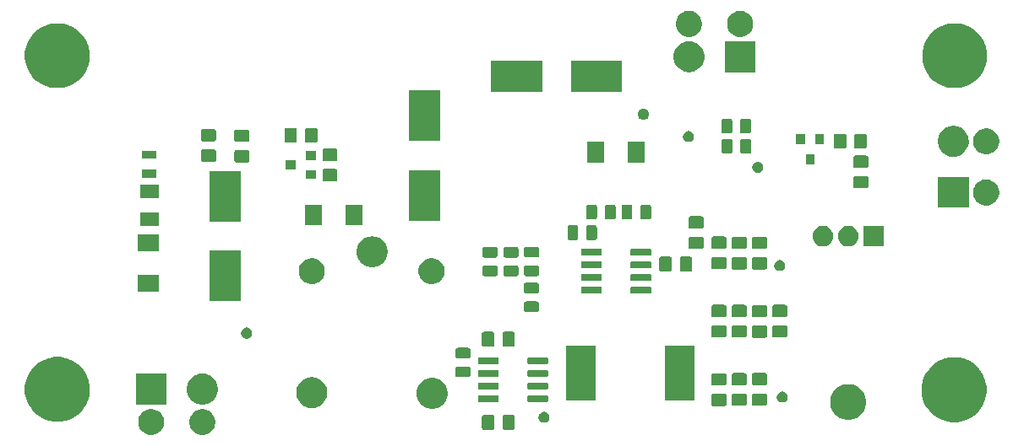
<source format=gbr>
G04 #@! TF.GenerationSoftware,KiCad,Pcbnew,(5.1.5)-3*
G04 #@! TF.CreationDate,2020-09-18T03:21:52-03:00*
G04 #@! TF.ProjectId,Luz de Freio,4c757a20-6465-4204-9672-65696f2e6b69,rev?*
G04 #@! TF.SameCoordinates,Original*
G04 #@! TF.FileFunction,Soldermask,Top*
G04 #@! TF.FilePolarity,Negative*
%FSLAX46Y46*%
G04 Gerber Fmt 4.6, Leading zero omitted, Abs format (unit mm)*
G04 Created by KiCad (PCBNEW (5.1.5)-3) date 2020-09-18 03:21:52*
%MOMM*%
%LPD*%
G04 APERTURE LIST*
%ADD10C,0.100000*%
G04 APERTURE END LIST*
D10*
G36*
X150035287Y-135100996D02*
G01*
X150272053Y-135199068D01*
X150272055Y-135199069D01*
X150485139Y-135341447D01*
X150666353Y-135522661D01*
X150804411Y-135729279D01*
X150808732Y-135735747D01*
X150906804Y-135972513D01*
X150956800Y-136223861D01*
X150956800Y-136480139D01*
X150906804Y-136731487D01*
X150846602Y-136876827D01*
X150808731Y-136968255D01*
X150666353Y-137181339D01*
X150485139Y-137362553D01*
X150272055Y-137504931D01*
X150272054Y-137504932D01*
X150272053Y-137504932D01*
X150035287Y-137603004D01*
X149783939Y-137653000D01*
X149527661Y-137653000D01*
X149276313Y-137603004D01*
X149039547Y-137504932D01*
X149039546Y-137504932D01*
X149039545Y-137504931D01*
X148826461Y-137362553D01*
X148645247Y-137181339D01*
X148502869Y-136968255D01*
X148464998Y-136876827D01*
X148404796Y-136731487D01*
X148354800Y-136480139D01*
X148354800Y-136223861D01*
X148404796Y-135972513D01*
X148502868Y-135735747D01*
X148507190Y-135729279D01*
X148645247Y-135522661D01*
X148826461Y-135341447D01*
X149039545Y-135199069D01*
X149039547Y-135199068D01*
X149276313Y-135100996D01*
X149527661Y-135051000D01*
X149783939Y-135051000D01*
X150035287Y-135100996D01*
G37*
G36*
X144904487Y-135100996D02*
G01*
X145141253Y-135199068D01*
X145141255Y-135199069D01*
X145354339Y-135341447D01*
X145535553Y-135522661D01*
X145673611Y-135729279D01*
X145677932Y-135735747D01*
X145776004Y-135972513D01*
X145826000Y-136223861D01*
X145826000Y-136480139D01*
X145776004Y-136731487D01*
X145715802Y-136876827D01*
X145677931Y-136968255D01*
X145535553Y-137181339D01*
X145354339Y-137362553D01*
X145141255Y-137504931D01*
X145141254Y-137504932D01*
X145141253Y-137504932D01*
X144904487Y-137603004D01*
X144653139Y-137653000D01*
X144396861Y-137653000D01*
X144145513Y-137603004D01*
X143908747Y-137504932D01*
X143908746Y-137504932D01*
X143908745Y-137504931D01*
X143695661Y-137362553D01*
X143514447Y-137181339D01*
X143372069Y-136968255D01*
X143334198Y-136876827D01*
X143273996Y-136731487D01*
X143224000Y-136480139D01*
X143224000Y-136223861D01*
X143273996Y-135972513D01*
X143372068Y-135735747D01*
X143376390Y-135729279D01*
X143514447Y-135522661D01*
X143695661Y-135341447D01*
X143908745Y-135199069D01*
X143908747Y-135199068D01*
X144145513Y-135100996D01*
X144396861Y-135051000D01*
X144653139Y-135051000D01*
X144904487Y-135100996D01*
G37*
G36*
X178762674Y-135651465D02*
G01*
X178800367Y-135662899D01*
X178835103Y-135681466D01*
X178865548Y-135706452D01*
X178890534Y-135736897D01*
X178909101Y-135771633D01*
X178920535Y-135809326D01*
X178925000Y-135854661D01*
X178925000Y-136941339D01*
X178920535Y-136986674D01*
X178909101Y-137024367D01*
X178890534Y-137059103D01*
X178865548Y-137089548D01*
X178835103Y-137114534D01*
X178800367Y-137133101D01*
X178762674Y-137144535D01*
X178717339Y-137149000D01*
X177880661Y-137149000D01*
X177835326Y-137144535D01*
X177797633Y-137133101D01*
X177762897Y-137114534D01*
X177732452Y-137089548D01*
X177707466Y-137059103D01*
X177688899Y-137024367D01*
X177677465Y-136986674D01*
X177673000Y-136941339D01*
X177673000Y-135854661D01*
X177677465Y-135809326D01*
X177688899Y-135771633D01*
X177707466Y-135736897D01*
X177732452Y-135706452D01*
X177762897Y-135681466D01*
X177797633Y-135662899D01*
X177835326Y-135651465D01*
X177880661Y-135647000D01*
X178717339Y-135647000D01*
X178762674Y-135651465D01*
G37*
G36*
X180812674Y-135651465D02*
G01*
X180850367Y-135662899D01*
X180885103Y-135681466D01*
X180915548Y-135706452D01*
X180940534Y-135736897D01*
X180959101Y-135771633D01*
X180970535Y-135809326D01*
X180975000Y-135854661D01*
X180975000Y-136941339D01*
X180970535Y-136986674D01*
X180959101Y-137024367D01*
X180940534Y-137059103D01*
X180915548Y-137089548D01*
X180885103Y-137114534D01*
X180850367Y-137133101D01*
X180812674Y-137144535D01*
X180767339Y-137149000D01*
X179930661Y-137149000D01*
X179885326Y-137144535D01*
X179847633Y-137133101D01*
X179812897Y-137114534D01*
X179782452Y-137089548D01*
X179757466Y-137059103D01*
X179738899Y-137024367D01*
X179727465Y-136986674D01*
X179723000Y-136941339D01*
X179723000Y-135854661D01*
X179727465Y-135809326D01*
X179738899Y-135771633D01*
X179757466Y-135736897D01*
X179782452Y-135706452D01*
X179812897Y-135681466D01*
X179847633Y-135662899D01*
X179885326Y-135651465D01*
X179930661Y-135647000D01*
X180767339Y-135647000D01*
X180812674Y-135651465D01*
G37*
G36*
X184056721Y-135360174D02*
G01*
X184156995Y-135401709D01*
X184156996Y-135401710D01*
X184247242Y-135462010D01*
X184323990Y-135538758D01*
X184354345Y-135584188D01*
X184384291Y-135629005D01*
X184425826Y-135729279D01*
X184447000Y-135835730D01*
X184447000Y-135944270D01*
X184425826Y-136050721D01*
X184384291Y-136150995D01*
X184384290Y-136150996D01*
X184323990Y-136241242D01*
X184247242Y-136317990D01*
X184235254Y-136326000D01*
X184156995Y-136378291D01*
X184056721Y-136419826D01*
X183950270Y-136441000D01*
X183841730Y-136441000D01*
X183735279Y-136419826D01*
X183635005Y-136378291D01*
X183556746Y-136326000D01*
X183544758Y-136317990D01*
X183468010Y-136241242D01*
X183407710Y-136150996D01*
X183407709Y-136150995D01*
X183366174Y-136050721D01*
X183345000Y-135944270D01*
X183345000Y-135835730D01*
X183366174Y-135729279D01*
X183407709Y-135629005D01*
X183437655Y-135584188D01*
X183468010Y-135538758D01*
X183544758Y-135462010D01*
X183635004Y-135401710D01*
X183635005Y-135401709D01*
X183735279Y-135360174D01*
X183841730Y-135339000D01*
X183950270Y-135339000D01*
X184056721Y-135360174D01*
G37*
G36*
X225495163Y-129908803D02*
G01*
X225948282Y-129998934D01*
X226539926Y-130244001D01*
X227072392Y-130599784D01*
X227525216Y-131052608D01*
X227880999Y-131585074D01*
X228126066Y-132176718D01*
X228142823Y-132260960D01*
X228251000Y-132804803D01*
X228251000Y-133445197D01*
X228216302Y-133619633D01*
X228126066Y-134073282D01*
X227880999Y-134664926D01*
X227666674Y-134985685D01*
X227525217Y-135197391D01*
X227072391Y-135650217D01*
X226988229Y-135706452D01*
X226539926Y-136005999D01*
X225948282Y-136251066D01*
X225634239Y-136313533D01*
X225320197Y-136376000D01*
X224679803Y-136376000D01*
X224365761Y-136313533D01*
X224051718Y-136251066D01*
X223460074Y-136005999D01*
X223011771Y-135706452D01*
X222927609Y-135650217D01*
X222474783Y-135197391D01*
X222333326Y-134985685D01*
X222119001Y-134664926D01*
X221873934Y-134073282D01*
X221783698Y-133619633D01*
X221749000Y-133445197D01*
X221749000Y-132804803D01*
X221857177Y-132260960D01*
X221873934Y-132176718D01*
X222119001Y-131585074D01*
X222474784Y-131052608D01*
X222927608Y-130599784D01*
X223460074Y-130244001D01*
X224051718Y-129998934D01*
X224504837Y-129908803D01*
X224679803Y-129874000D01*
X225320197Y-129874000D01*
X225495163Y-129908803D01*
G37*
G36*
X135635416Y-129861837D02*
G01*
X136073282Y-129948934D01*
X136664926Y-130194001D01*
X136949129Y-130383900D01*
X137191791Y-130546041D01*
X137197392Y-130549784D01*
X137650216Y-131002608D01*
X138005999Y-131535074D01*
X138251066Y-132126718D01*
X138267823Y-132210960D01*
X138376000Y-132754803D01*
X138376000Y-133395197D01*
X138321185Y-133670772D01*
X138251066Y-134023282D01*
X138005999Y-134614926D01*
X137777368Y-134957096D01*
X137650217Y-135147391D01*
X137197391Y-135600217D01*
X137127375Y-135647000D01*
X136664926Y-135955999D01*
X136073282Y-136201066D01*
X135871303Y-136241242D01*
X135445197Y-136326000D01*
X134804803Y-136326000D01*
X134378697Y-136241242D01*
X134176718Y-136201066D01*
X133585074Y-135955999D01*
X133122625Y-135647000D01*
X133052609Y-135600217D01*
X132599783Y-135147391D01*
X132472632Y-134957096D01*
X132244001Y-134614926D01*
X131998934Y-134023282D01*
X131928815Y-133670772D01*
X131874000Y-133395197D01*
X131874000Y-132754803D01*
X131982177Y-132210960D01*
X131998934Y-132126718D01*
X132244001Y-131535074D01*
X132599784Y-131002608D01*
X133052608Y-130549784D01*
X133058210Y-130546041D01*
X133300871Y-130383900D01*
X133585074Y-130194001D01*
X134176718Y-129948934D01*
X134614584Y-129861837D01*
X134804803Y-129824000D01*
X135445197Y-129824000D01*
X135635416Y-129861837D01*
G37*
G36*
X214904231Y-132619111D02*
G01*
X215231992Y-132754874D01*
X215526970Y-132951972D01*
X215777828Y-133202830D01*
X215974926Y-133497808D01*
X216110689Y-133825569D01*
X216179900Y-134173516D01*
X216179900Y-134528284D01*
X216110689Y-134876231D01*
X215974926Y-135203992D01*
X215777828Y-135498970D01*
X215526970Y-135749828D01*
X215231992Y-135946926D01*
X214904231Y-136082689D01*
X214556284Y-136151900D01*
X214201516Y-136151900D01*
X213853569Y-136082689D01*
X213525808Y-135946926D01*
X213230830Y-135749828D01*
X212979972Y-135498970D01*
X212782874Y-135203992D01*
X212647111Y-134876231D01*
X212577900Y-134528284D01*
X212577900Y-134173516D01*
X212647111Y-133825569D01*
X212782874Y-133497808D01*
X212979972Y-133202830D01*
X213230830Y-132951972D01*
X213525808Y-132754874D01*
X213853569Y-132619111D01*
X214201516Y-132549900D01*
X214556284Y-132549900D01*
X214904231Y-132619111D01*
G37*
G36*
X172875843Y-131924304D02*
G01*
X173127210Y-131974304D01*
X173409474Y-132091221D01*
X173663505Y-132260959D01*
X173879541Y-132476995D01*
X174049279Y-132731026D01*
X174166196Y-133013290D01*
X174195998Y-133163115D01*
X174225800Y-133312939D01*
X174225800Y-133618461D01*
X174215395Y-133670772D01*
X174166196Y-133918110D01*
X174049279Y-134200374D01*
X173879541Y-134454405D01*
X173663505Y-134670441D01*
X173409474Y-134840179D01*
X173127210Y-134957096D01*
X173078927Y-134966700D01*
X172827561Y-135016700D01*
X172522039Y-135016700D01*
X172270673Y-134966700D01*
X172222390Y-134957096D01*
X171940126Y-134840179D01*
X171686095Y-134670441D01*
X171470059Y-134454405D01*
X171300321Y-134200374D01*
X171183404Y-133918110D01*
X171134205Y-133670772D01*
X171123800Y-133618461D01*
X171123800Y-133312939D01*
X171153602Y-133163115D01*
X171183404Y-133013290D01*
X171300321Y-132731026D01*
X171470059Y-132476995D01*
X171686095Y-132260959D01*
X171940126Y-132091221D01*
X172222390Y-131974304D01*
X172473757Y-131924304D01*
X172522039Y-131914700D01*
X172827561Y-131914700D01*
X172875843Y-131924304D01*
G37*
G36*
X160849170Y-131878944D02*
G01*
X161077210Y-131924304D01*
X161359474Y-132041221D01*
X161613505Y-132210959D01*
X161829541Y-132426995D01*
X161999279Y-132681026D01*
X162116196Y-132963290D01*
X162126142Y-133013291D01*
X162175800Y-133262939D01*
X162175800Y-133568461D01*
X162156333Y-133666326D01*
X162116196Y-133868110D01*
X161999279Y-134150374D01*
X161829541Y-134404405D01*
X161613505Y-134620441D01*
X161359474Y-134790179D01*
X161077210Y-134907096D01*
X160927385Y-134936898D01*
X160777561Y-134966700D01*
X160472039Y-134966700D01*
X160322215Y-134936898D01*
X160172390Y-134907096D01*
X159890126Y-134790179D01*
X159636095Y-134620441D01*
X159420059Y-134404405D01*
X159250321Y-134150374D01*
X159133404Y-133868110D01*
X159093267Y-133666326D01*
X159073800Y-133568461D01*
X159073800Y-133262939D01*
X159123458Y-133013291D01*
X159133404Y-132963290D01*
X159250321Y-132681026D01*
X159420059Y-132426995D01*
X159636095Y-132210959D01*
X159890126Y-132041221D01*
X160172390Y-131924304D01*
X160400430Y-131878944D01*
X160472039Y-131864700D01*
X160777561Y-131864700D01*
X160849170Y-131878944D01*
G37*
G36*
X202010674Y-133508465D02*
G01*
X202048367Y-133519899D01*
X202083103Y-133538466D01*
X202113548Y-133563452D01*
X202138534Y-133593897D01*
X202157101Y-133628633D01*
X202168535Y-133666326D01*
X202173000Y-133711661D01*
X202173000Y-134548339D01*
X202168535Y-134593674D01*
X202157101Y-134631367D01*
X202138534Y-134666103D01*
X202113548Y-134696548D01*
X202083103Y-134721534D01*
X202048367Y-134740101D01*
X202010674Y-134751535D01*
X201965339Y-134756000D01*
X200878661Y-134756000D01*
X200833326Y-134751535D01*
X200795633Y-134740101D01*
X200760897Y-134721534D01*
X200730452Y-134696548D01*
X200705466Y-134666103D01*
X200686899Y-134631367D01*
X200675465Y-134593674D01*
X200671000Y-134548339D01*
X200671000Y-133711661D01*
X200675465Y-133666326D01*
X200686899Y-133628633D01*
X200705466Y-133593897D01*
X200730452Y-133563452D01*
X200760897Y-133538466D01*
X200795633Y-133519899D01*
X200833326Y-133508465D01*
X200878661Y-133504000D01*
X201965339Y-133504000D01*
X202010674Y-133508465D01*
G37*
G36*
X204042674Y-133499465D02*
G01*
X204080367Y-133510899D01*
X204115103Y-133529466D01*
X204145548Y-133554452D01*
X204170534Y-133584897D01*
X204189101Y-133619633D01*
X204200535Y-133657326D01*
X204205000Y-133702661D01*
X204205000Y-134539339D01*
X204200535Y-134584674D01*
X204189101Y-134622367D01*
X204170534Y-134657103D01*
X204145548Y-134687548D01*
X204115103Y-134712534D01*
X204080367Y-134731101D01*
X204042674Y-134742535D01*
X203997339Y-134747000D01*
X202910661Y-134747000D01*
X202865326Y-134742535D01*
X202827633Y-134731101D01*
X202792897Y-134712534D01*
X202762452Y-134687548D01*
X202737466Y-134657103D01*
X202718899Y-134622367D01*
X202707465Y-134584674D01*
X202703000Y-134539339D01*
X202703000Y-133702661D01*
X202707465Y-133657326D01*
X202718899Y-133619633D01*
X202737466Y-133584897D01*
X202762452Y-133554452D01*
X202792897Y-133529466D01*
X202827633Y-133510899D01*
X202865326Y-133499465D01*
X202910661Y-133495000D01*
X203997339Y-133495000D01*
X204042674Y-133499465D01*
G37*
G36*
X206074674Y-133490465D02*
G01*
X206112367Y-133501899D01*
X206147103Y-133520466D01*
X206177548Y-133545452D01*
X206202534Y-133575897D01*
X206221101Y-133610633D01*
X206232535Y-133648326D01*
X206237000Y-133693661D01*
X206237000Y-134530339D01*
X206232535Y-134575674D01*
X206221101Y-134613367D01*
X206202534Y-134648103D01*
X206177548Y-134678548D01*
X206147103Y-134703534D01*
X206112367Y-134722101D01*
X206074674Y-134733535D01*
X206029339Y-134738000D01*
X204942661Y-134738000D01*
X204897326Y-134733535D01*
X204859633Y-134722101D01*
X204824897Y-134703534D01*
X204794452Y-134678548D01*
X204769466Y-134648103D01*
X204750899Y-134613367D01*
X204739465Y-134575674D01*
X204735000Y-134530339D01*
X204735000Y-133693661D01*
X204739465Y-133648326D01*
X204750899Y-133610633D01*
X204769466Y-133575897D01*
X204794452Y-133545452D01*
X204824897Y-133520466D01*
X204859633Y-133501899D01*
X204897326Y-133490465D01*
X204942661Y-133486000D01*
X206029339Y-133486000D01*
X206074674Y-133490465D01*
G37*
G36*
X146076000Y-134601000D02*
G01*
X142974000Y-134601000D01*
X142974000Y-131499000D01*
X146076000Y-131499000D01*
X146076000Y-134601000D01*
G37*
G36*
X149934053Y-131524718D02*
G01*
X150104410Y-131558604D01*
X150386674Y-131675521D01*
X150640705Y-131845259D01*
X150856741Y-132061295D01*
X151026479Y-132315326D01*
X151143396Y-132597590D01*
X151162282Y-132692535D01*
X151203000Y-132897239D01*
X151203000Y-133202761D01*
X151185920Y-133288629D01*
X151143396Y-133502410D01*
X151026479Y-133784674D01*
X150856741Y-134038705D01*
X150640705Y-134254741D01*
X150386674Y-134424479D01*
X150104410Y-134541396D01*
X150018789Y-134558427D01*
X149804761Y-134601000D01*
X149499239Y-134601000D01*
X149285211Y-134558427D01*
X149199590Y-134541396D01*
X148917326Y-134424479D01*
X148663295Y-134254741D01*
X148447259Y-134038705D01*
X148277521Y-133784674D01*
X148160604Y-133502410D01*
X148118080Y-133288629D01*
X148101000Y-133202761D01*
X148101000Y-132897239D01*
X148141718Y-132692535D01*
X148160604Y-132597590D01*
X148277521Y-132315326D01*
X148447259Y-132061295D01*
X148663295Y-131845259D01*
X148917326Y-131675521D01*
X149199590Y-131558604D01*
X149369947Y-131524718D01*
X149499239Y-131499000D01*
X149804761Y-131499000D01*
X149934053Y-131524718D01*
G37*
G36*
X207932721Y-133328174D02*
G01*
X208032995Y-133369709D01*
X208032996Y-133369710D01*
X208123242Y-133430010D01*
X208199990Y-133506758D01*
X208221176Y-133538466D01*
X208260291Y-133597005D01*
X208301826Y-133697279D01*
X208323000Y-133803730D01*
X208323000Y-133912270D01*
X208301826Y-134018721D01*
X208260291Y-134118995D01*
X208260290Y-134118996D01*
X208199990Y-134209242D01*
X208123242Y-134285990D01*
X208103159Y-134299409D01*
X208032995Y-134346291D01*
X207932721Y-134387826D01*
X207826270Y-134409000D01*
X207717730Y-134409000D01*
X207611279Y-134387826D01*
X207511005Y-134346291D01*
X207440841Y-134299409D01*
X207420758Y-134285990D01*
X207344010Y-134209242D01*
X207283710Y-134118996D01*
X207283709Y-134118995D01*
X207242174Y-134018721D01*
X207221000Y-133912270D01*
X207221000Y-133803730D01*
X207242174Y-133697279D01*
X207283709Y-133597005D01*
X207322824Y-133538466D01*
X207344010Y-133506758D01*
X207420758Y-133430010D01*
X207511004Y-133369710D01*
X207511005Y-133369709D01*
X207611279Y-133328174D01*
X207717730Y-133307000D01*
X207826270Y-133307000D01*
X207932721Y-133328174D01*
G37*
G36*
X184211328Y-133670164D02*
G01*
X184232409Y-133676560D01*
X184251845Y-133686948D01*
X184268876Y-133700924D01*
X184282852Y-133717955D01*
X184293240Y-133737391D01*
X184299636Y-133758472D01*
X184302400Y-133786540D01*
X184302400Y-134250260D01*
X184299636Y-134278328D01*
X184293240Y-134299409D01*
X184282852Y-134318845D01*
X184268876Y-134335876D01*
X184251845Y-134349852D01*
X184232409Y-134360240D01*
X184211328Y-134366636D01*
X184183260Y-134369400D01*
X182369540Y-134369400D01*
X182341472Y-134366636D01*
X182320391Y-134360240D01*
X182300955Y-134349852D01*
X182283924Y-134335876D01*
X182269948Y-134318845D01*
X182259560Y-134299409D01*
X182253164Y-134278328D01*
X182250400Y-134250260D01*
X182250400Y-133786540D01*
X182253164Y-133758472D01*
X182259560Y-133737391D01*
X182269948Y-133717955D01*
X182283924Y-133700924D01*
X182300955Y-133686948D01*
X182320391Y-133676560D01*
X182341472Y-133670164D01*
X182369540Y-133667400D01*
X184183260Y-133667400D01*
X184211328Y-133670164D01*
G37*
G36*
X179261328Y-133670164D02*
G01*
X179282409Y-133676560D01*
X179301845Y-133686948D01*
X179318876Y-133700924D01*
X179332852Y-133717955D01*
X179343240Y-133737391D01*
X179349636Y-133758472D01*
X179352400Y-133786540D01*
X179352400Y-134250260D01*
X179349636Y-134278328D01*
X179343240Y-134299409D01*
X179332852Y-134318845D01*
X179318876Y-134335876D01*
X179301845Y-134349852D01*
X179282409Y-134360240D01*
X179261328Y-134366636D01*
X179233260Y-134369400D01*
X177419540Y-134369400D01*
X177391472Y-134366636D01*
X177370391Y-134360240D01*
X177350955Y-134349852D01*
X177333924Y-134335876D01*
X177319948Y-134318845D01*
X177309560Y-134299409D01*
X177303164Y-134278328D01*
X177300400Y-134250260D01*
X177300400Y-133786540D01*
X177303164Y-133758472D01*
X177309560Y-133737391D01*
X177319948Y-133717955D01*
X177333924Y-133700924D01*
X177350955Y-133686948D01*
X177370391Y-133676560D01*
X177391472Y-133670164D01*
X177419540Y-133667400D01*
X179233260Y-133667400D01*
X179261328Y-133670164D01*
G37*
G36*
X199001000Y-134226000D02*
G01*
X195999000Y-134226000D01*
X195999000Y-128724000D01*
X199001000Y-128724000D01*
X199001000Y-134226000D01*
G37*
G36*
X189101000Y-134226000D02*
G01*
X186099000Y-134226000D01*
X186099000Y-128724000D01*
X189101000Y-128724000D01*
X189101000Y-134226000D01*
G37*
G36*
X184211328Y-132400164D02*
G01*
X184232409Y-132406560D01*
X184251845Y-132416948D01*
X184268876Y-132430924D01*
X184282852Y-132447955D01*
X184293240Y-132467391D01*
X184299636Y-132488472D01*
X184302400Y-132516540D01*
X184302400Y-132980260D01*
X184299636Y-133008328D01*
X184293240Y-133029409D01*
X184282852Y-133048845D01*
X184268876Y-133065876D01*
X184251845Y-133079852D01*
X184232409Y-133090240D01*
X184211328Y-133096636D01*
X184183260Y-133099400D01*
X182369540Y-133099400D01*
X182341472Y-133096636D01*
X182320391Y-133090240D01*
X182300955Y-133079852D01*
X182283924Y-133065876D01*
X182269948Y-133048845D01*
X182259560Y-133029409D01*
X182253164Y-133008328D01*
X182250400Y-132980260D01*
X182250400Y-132516540D01*
X182253164Y-132488472D01*
X182259560Y-132467391D01*
X182269948Y-132447955D01*
X182283924Y-132430924D01*
X182300955Y-132416948D01*
X182320391Y-132406560D01*
X182341472Y-132400164D01*
X182369540Y-132397400D01*
X184183260Y-132397400D01*
X184211328Y-132400164D01*
G37*
G36*
X179261328Y-132400164D02*
G01*
X179282409Y-132406560D01*
X179301845Y-132416948D01*
X179318876Y-132430924D01*
X179332852Y-132447955D01*
X179343240Y-132467391D01*
X179349636Y-132488472D01*
X179352400Y-132516540D01*
X179352400Y-132980260D01*
X179349636Y-133008328D01*
X179343240Y-133029409D01*
X179332852Y-133048845D01*
X179318876Y-133065876D01*
X179301845Y-133079852D01*
X179282409Y-133090240D01*
X179261328Y-133096636D01*
X179233260Y-133099400D01*
X177419540Y-133099400D01*
X177391472Y-133096636D01*
X177370391Y-133090240D01*
X177350955Y-133079852D01*
X177333924Y-133065876D01*
X177319948Y-133048845D01*
X177309560Y-133029409D01*
X177303164Y-133008328D01*
X177300400Y-132980260D01*
X177300400Y-132516540D01*
X177303164Y-132488472D01*
X177309560Y-132467391D01*
X177319948Y-132447955D01*
X177333924Y-132430924D01*
X177350955Y-132416948D01*
X177370391Y-132406560D01*
X177391472Y-132400164D01*
X177419540Y-132397400D01*
X179233260Y-132397400D01*
X179261328Y-132400164D01*
G37*
G36*
X202010674Y-131458465D02*
G01*
X202048367Y-131469899D01*
X202083103Y-131488466D01*
X202113548Y-131513452D01*
X202138534Y-131543897D01*
X202157101Y-131578633D01*
X202168535Y-131616326D01*
X202173000Y-131661661D01*
X202173000Y-132498339D01*
X202168535Y-132543674D01*
X202157101Y-132581367D01*
X202138534Y-132616103D01*
X202113548Y-132646548D01*
X202083103Y-132671534D01*
X202048367Y-132690101D01*
X202010674Y-132701535D01*
X201965339Y-132706000D01*
X200878661Y-132706000D01*
X200833326Y-132701535D01*
X200795633Y-132690101D01*
X200760897Y-132671534D01*
X200730452Y-132646548D01*
X200705466Y-132616103D01*
X200686899Y-132581367D01*
X200675465Y-132543674D01*
X200671000Y-132498339D01*
X200671000Y-131661661D01*
X200675465Y-131616326D01*
X200686899Y-131578633D01*
X200705466Y-131543897D01*
X200730452Y-131513452D01*
X200760897Y-131488466D01*
X200795633Y-131469899D01*
X200833326Y-131458465D01*
X200878661Y-131454000D01*
X201965339Y-131454000D01*
X202010674Y-131458465D01*
G37*
G36*
X204042674Y-131449465D02*
G01*
X204080367Y-131460899D01*
X204115103Y-131479466D01*
X204145548Y-131504452D01*
X204170534Y-131534897D01*
X204189101Y-131569633D01*
X204200535Y-131607326D01*
X204205000Y-131652661D01*
X204205000Y-132489339D01*
X204200535Y-132534674D01*
X204189101Y-132572367D01*
X204170534Y-132607103D01*
X204145548Y-132637548D01*
X204115103Y-132662534D01*
X204080367Y-132681101D01*
X204042674Y-132692535D01*
X203997339Y-132697000D01*
X202910661Y-132697000D01*
X202865326Y-132692535D01*
X202827633Y-132681101D01*
X202792897Y-132662534D01*
X202762452Y-132637548D01*
X202737466Y-132607103D01*
X202718899Y-132572367D01*
X202707465Y-132534674D01*
X202703000Y-132489339D01*
X202703000Y-131652661D01*
X202707465Y-131607326D01*
X202718899Y-131569633D01*
X202737466Y-131534897D01*
X202762452Y-131504452D01*
X202792897Y-131479466D01*
X202827633Y-131460899D01*
X202865326Y-131449465D01*
X202910661Y-131445000D01*
X203997339Y-131445000D01*
X204042674Y-131449465D01*
G37*
G36*
X206074674Y-131440465D02*
G01*
X206112367Y-131451899D01*
X206147103Y-131470466D01*
X206177548Y-131495452D01*
X206202534Y-131525897D01*
X206221101Y-131560633D01*
X206232535Y-131598326D01*
X206237000Y-131643661D01*
X206237000Y-132480339D01*
X206232535Y-132525674D01*
X206221101Y-132563367D01*
X206202534Y-132598103D01*
X206177548Y-132628548D01*
X206147103Y-132653534D01*
X206112367Y-132672101D01*
X206074674Y-132683535D01*
X206029339Y-132688000D01*
X204942661Y-132688000D01*
X204897326Y-132683535D01*
X204859633Y-132672101D01*
X204824897Y-132653534D01*
X204794452Y-132628548D01*
X204769466Y-132598103D01*
X204750899Y-132563367D01*
X204739465Y-132525674D01*
X204735000Y-132480339D01*
X204735000Y-131643661D01*
X204739465Y-131598326D01*
X204750899Y-131560633D01*
X204769466Y-131525897D01*
X204794452Y-131495452D01*
X204824897Y-131470466D01*
X204859633Y-131451899D01*
X204897326Y-131440465D01*
X204942661Y-131436000D01*
X206029339Y-131436000D01*
X206074674Y-131440465D01*
G37*
G36*
X176352468Y-130784065D02*
G01*
X176391138Y-130795796D01*
X176426777Y-130814846D01*
X176458017Y-130840483D01*
X176483654Y-130871723D01*
X176502704Y-130907362D01*
X176514435Y-130946032D01*
X176519000Y-130992388D01*
X176519000Y-131643612D01*
X176514435Y-131689968D01*
X176502704Y-131728638D01*
X176483654Y-131764277D01*
X176458017Y-131795517D01*
X176426777Y-131821154D01*
X176391138Y-131840204D01*
X176352468Y-131851935D01*
X176306112Y-131856500D01*
X175229888Y-131856500D01*
X175183532Y-131851935D01*
X175144862Y-131840204D01*
X175109223Y-131821154D01*
X175077983Y-131795517D01*
X175052346Y-131764277D01*
X175033296Y-131728638D01*
X175021565Y-131689968D01*
X175017000Y-131643612D01*
X175017000Y-130992388D01*
X175021565Y-130946032D01*
X175033296Y-130907362D01*
X175052346Y-130871723D01*
X175077983Y-130840483D01*
X175109223Y-130814846D01*
X175144862Y-130795796D01*
X175183532Y-130784065D01*
X175229888Y-130779500D01*
X176306112Y-130779500D01*
X176352468Y-130784065D01*
G37*
G36*
X179261328Y-131130164D02*
G01*
X179282409Y-131136560D01*
X179301845Y-131146948D01*
X179318876Y-131160924D01*
X179332852Y-131177955D01*
X179343240Y-131197391D01*
X179349636Y-131218472D01*
X179352400Y-131246540D01*
X179352400Y-131710260D01*
X179349636Y-131738328D01*
X179343240Y-131759409D01*
X179332852Y-131778845D01*
X179318876Y-131795876D01*
X179301845Y-131809852D01*
X179282409Y-131820240D01*
X179261328Y-131826636D01*
X179233260Y-131829400D01*
X177419540Y-131829400D01*
X177391472Y-131826636D01*
X177370391Y-131820240D01*
X177350955Y-131809852D01*
X177333924Y-131795876D01*
X177319948Y-131778845D01*
X177309560Y-131759409D01*
X177303164Y-131738328D01*
X177300400Y-131710260D01*
X177300400Y-131246540D01*
X177303164Y-131218472D01*
X177309560Y-131197391D01*
X177319948Y-131177955D01*
X177333924Y-131160924D01*
X177350955Y-131146948D01*
X177370391Y-131136560D01*
X177391472Y-131130164D01*
X177419540Y-131127400D01*
X179233260Y-131127400D01*
X179261328Y-131130164D01*
G37*
G36*
X184211328Y-131130164D02*
G01*
X184232409Y-131136560D01*
X184251845Y-131146948D01*
X184268876Y-131160924D01*
X184282852Y-131177955D01*
X184293240Y-131197391D01*
X184299636Y-131218472D01*
X184302400Y-131246540D01*
X184302400Y-131710260D01*
X184299636Y-131738328D01*
X184293240Y-131759409D01*
X184282852Y-131778845D01*
X184268876Y-131795876D01*
X184251845Y-131809852D01*
X184232409Y-131820240D01*
X184211328Y-131826636D01*
X184183260Y-131829400D01*
X182369540Y-131829400D01*
X182341472Y-131826636D01*
X182320391Y-131820240D01*
X182300955Y-131809852D01*
X182283924Y-131795876D01*
X182269948Y-131778845D01*
X182259560Y-131759409D01*
X182253164Y-131738328D01*
X182250400Y-131710260D01*
X182250400Y-131246540D01*
X182253164Y-131218472D01*
X182259560Y-131197391D01*
X182269948Y-131177955D01*
X182283924Y-131160924D01*
X182300955Y-131146948D01*
X182320391Y-131136560D01*
X182341472Y-131130164D01*
X182369540Y-131127400D01*
X184183260Y-131127400D01*
X184211328Y-131130164D01*
G37*
G36*
X179261328Y-129860164D02*
G01*
X179282409Y-129866560D01*
X179301845Y-129876948D01*
X179318876Y-129890924D01*
X179332852Y-129907955D01*
X179343240Y-129927391D01*
X179349636Y-129948472D01*
X179352400Y-129976540D01*
X179352400Y-130440260D01*
X179349636Y-130468328D01*
X179343240Y-130489409D01*
X179332852Y-130508845D01*
X179318876Y-130525876D01*
X179301845Y-130539852D01*
X179282409Y-130550240D01*
X179261328Y-130556636D01*
X179233260Y-130559400D01*
X177419540Y-130559400D01*
X177391472Y-130556636D01*
X177370391Y-130550240D01*
X177350955Y-130539852D01*
X177333924Y-130525876D01*
X177319948Y-130508845D01*
X177309560Y-130489409D01*
X177303164Y-130468328D01*
X177300400Y-130440260D01*
X177300400Y-129976540D01*
X177303164Y-129948472D01*
X177309560Y-129927391D01*
X177319948Y-129907955D01*
X177333924Y-129890924D01*
X177350955Y-129876948D01*
X177370391Y-129866560D01*
X177391472Y-129860164D01*
X177419540Y-129857400D01*
X179233260Y-129857400D01*
X179261328Y-129860164D01*
G37*
G36*
X184211328Y-129860164D02*
G01*
X184232409Y-129866560D01*
X184251845Y-129876948D01*
X184268876Y-129890924D01*
X184282852Y-129907955D01*
X184293240Y-129927391D01*
X184299636Y-129948472D01*
X184302400Y-129976540D01*
X184302400Y-130440260D01*
X184299636Y-130468328D01*
X184293240Y-130489409D01*
X184282852Y-130508845D01*
X184268876Y-130525876D01*
X184251845Y-130539852D01*
X184232409Y-130550240D01*
X184211328Y-130556636D01*
X184183260Y-130559400D01*
X182369540Y-130559400D01*
X182341472Y-130556636D01*
X182320391Y-130550240D01*
X182300955Y-130539852D01*
X182283924Y-130525876D01*
X182269948Y-130508845D01*
X182259560Y-130489409D01*
X182253164Y-130468328D01*
X182250400Y-130440260D01*
X182250400Y-129976540D01*
X182253164Y-129948472D01*
X182259560Y-129927391D01*
X182269948Y-129907955D01*
X182283924Y-129890924D01*
X182300955Y-129876948D01*
X182320391Y-129866560D01*
X182341472Y-129860164D01*
X182369540Y-129857400D01*
X184183260Y-129857400D01*
X184211328Y-129860164D01*
G37*
G36*
X176352468Y-128909065D02*
G01*
X176391138Y-128920796D01*
X176426777Y-128939846D01*
X176458017Y-128965483D01*
X176483654Y-128996723D01*
X176502704Y-129032362D01*
X176514435Y-129071032D01*
X176519000Y-129117388D01*
X176519000Y-129768612D01*
X176514435Y-129814968D01*
X176502704Y-129853638D01*
X176483654Y-129889277D01*
X176458017Y-129920517D01*
X176426777Y-129946154D01*
X176391138Y-129965204D01*
X176352468Y-129976935D01*
X176306112Y-129981500D01*
X175229888Y-129981500D01*
X175183532Y-129976935D01*
X175144862Y-129965204D01*
X175109223Y-129946154D01*
X175077983Y-129920517D01*
X175052346Y-129889277D01*
X175033296Y-129853638D01*
X175021565Y-129814968D01*
X175017000Y-129768612D01*
X175017000Y-129117388D01*
X175021565Y-129071032D01*
X175033296Y-129032362D01*
X175052346Y-128996723D01*
X175077983Y-128965483D01*
X175109223Y-128939846D01*
X175144862Y-128920796D01*
X175183532Y-128909065D01*
X175229888Y-128904500D01*
X176306112Y-128904500D01*
X176352468Y-128909065D01*
G37*
G36*
X178763674Y-127300465D02*
G01*
X178801367Y-127311899D01*
X178836103Y-127330466D01*
X178866548Y-127355452D01*
X178891534Y-127385897D01*
X178910101Y-127420633D01*
X178921535Y-127458326D01*
X178926000Y-127503661D01*
X178926000Y-128590339D01*
X178921535Y-128635674D01*
X178910101Y-128673367D01*
X178891534Y-128708103D01*
X178866548Y-128738548D01*
X178836103Y-128763534D01*
X178801367Y-128782101D01*
X178763674Y-128793535D01*
X178718339Y-128798000D01*
X177881661Y-128798000D01*
X177836326Y-128793535D01*
X177798633Y-128782101D01*
X177763897Y-128763534D01*
X177733452Y-128738548D01*
X177708466Y-128708103D01*
X177689899Y-128673367D01*
X177678465Y-128635674D01*
X177674000Y-128590339D01*
X177674000Y-127503661D01*
X177678465Y-127458326D01*
X177689899Y-127420633D01*
X177708466Y-127385897D01*
X177733452Y-127355452D01*
X177763897Y-127330466D01*
X177798633Y-127311899D01*
X177836326Y-127300465D01*
X177881661Y-127296000D01*
X178718339Y-127296000D01*
X178763674Y-127300465D01*
G37*
G36*
X180813674Y-127300465D02*
G01*
X180851367Y-127311899D01*
X180886103Y-127330466D01*
X180916548Y-127355452D01*
X180941534Y-127385897D01*
X180960101Y-127420633D01*
X180971535Y-127458326D01*
X180976000Y-127503661D01*
X180976000Y-128590339D01*
X180971535Y-128635674D01*
X180960101Y-128673367D01*
X180941534Y-128708103D01*
X180916548Y-128738548D01*
X180886103Y-128763534D01*
X180851367Y-128782101D01*
X180813674Y-128793535D01*
X180768339Y-128798000D01*
X179931661Y-128798000D01*
X179886326Y-128793535D01*
X179848633Y-128782101D01*
X179813897Y-128763534D01*
X179783452Y-128738548D01*
X179758466Y-128708103D01*
X179739899Y-128673367D01*
X179728465Y-128635674D01*
X179724000Y-128590339D01*
X179724000Y-127503661D01*
X179728465Y-127458326D01*
X179739899Y-127420633D01*
X179758466Y-127385897D01*
X179783452Y-127355452D01*
X179813897Y-127330466D01*
X179848633Y-127311899D01*
X179886326Y-127300465D01*
X179931661Y-127296000D01*
X180768339Y-127296000D01*
X180813674Y-127300465D01*
G37*
G36*
X154260721Y-126895174D02*
G01*
X154360995Y-126936709D01*
X154360996Y-126936710D01*
X154451242Y-126997010D01*
X154527990Y-127073758D01*
X154527991Y-127073760D01*
X154588291Y-127164005D01*
X154629826Y-127264279D01*
X154651000Y-127370730D01*
X154651000Y-127479270D01*
X154629826Y-127585721D01*
X154588291Y-127685995D01*
X154588290Y-127685996D01*
X154527990Y-127776242D01*
X154451242Y-127852990D01*
X154414886Y-127877282D01*
X154360995Y-127913291D01*
X154260721Y-127954826D01*
X154154270Y-127976000D01*
X154045730Y-127976000D01*
X153939279Y-127954826D01*
X153839005Y-127913291D01*
X153785114Y-127877282D01*
X153748758Y-127852990D01*
X153672010Y-127776242D01*
X153611710Y-127685996D01*
X153611709Y-127685995D01*
X153570174Y-127585721D01*
X153549000Y-127479270D01*
X153549000Y-127370730D01*
X153570174Y-127264279D01*
X153611709Y-127164005D01*
X153672009Y-127073760D01*
X153672010Y-127073758D01*
X153748758Y-126997010D01*
X153839004Y-126936710D01*
X153839005Y-126936709D01*
X153939279Y-126895174D01*
X154045730Y-126874000D01*
X154154270Y-126874000D01*
X154260721Y-126895174D01*
G37*
G36*
X206074674Y-126650465D02*
G01*
X206112367Y-126661899D01*
X206147103Y-126680466D01*
X206177548Y-126705452D01*
X206202534Y-126735897D01*
X206221101Y-126770633D01*
X206232535Y-126808326D01*
X206237000Y-126853661D01*
X206237000Y-127690339D01*
X206232535Y-127735674D01*
X206221101Y-127773367D01*
X206202534Y-127808103D01*
X206177548Y-127838548D01*
X206147103Y-127863534D01*
X206112367Y-127882101D01*
X206074674Y-127893535D01*
X206029339Y-127898000D01*
X204942661Y-127898000D01*
X204897326Y-127893535D01*
X204859633Y-127882101D01*
X204824897Y-127863534D01*
X204794452Y-127838548D01*
X204769466Y-127808103D01*
X204750899Y-127773367D01*
X204739465Y-127735674D01*
X204735000Y-127690339D01*
X204735000Y-126853661D01*
X204739465Y-126808326D01*
X204750899Y-126770633D01*
X204769466Y-126735897D01*
X204794452Y-126705452D01*
X204824897Y-126680466D01*
X204859633Y-126661899D01*
X204897326Y-126650465D01*
X204942661Y-126646000D01*
X206029339Y-126646000D01*
X206074674Y-126650465D01*
G37*
G36*
X204042674Y-126641465D02*
G01*
X204080367Y-126652899D01*
X204115103Y-126671466D01*
X204145548Y-126696452D01*
X204170534Y-126726897D01*
X204189101Y-126761633D01*
X204200535Y-126799326D01*
X204205000Y-126844661D01*
X204205000Y-127681339D01*
X204200535Y-127726674D01*
X204189101Y-127764367D01*
X204170534Y-127799103D01*
X204145548Y-127829548D01*
X204115103Y-127854534D01*
X204080367Y-127873101D01*
X204042674Y-127884535D01*
X203997339Y-127889000D01*
X202910661Y-127889000D01*
X202865326Y-127884535D01*
X202827633Y-127873101D01*
X202792897Y-127854534D01*
X202762452Y-127829548D01*
X202737466Y-127799103D01*
X202718899Y-127764367D01*
X202707465Y-127726674D01*
X202703000Y-127681339D01*
X202703000Y-126844661D01*
X202707465Y-126799326D01*
X202718899Y-126761633D01*
X202737466Y-126726897D01*
X202762452Y-126696452D01*
X202792897Y-126671466D01*
X202827633Y-126652899D01*
X202865326Y-126641465D01*
X202910661Y-126637000D01*
X203997339Y-126637000D01*
X204042674Y-126641465D01*
G37*
G36*
X208106674Y-126641465D02*
G01*
X208144367Y-126652899D01*
X208179103Y-126671466D01*
X208209548Y-126696452D01*
X208234534Y-126726897D01*
X208253101Y-126761633D01*
X208264535Y-126799326D01*
X208269000Y-126844661D01*
X208269000Y-127681339D01*
X208264535Y-127726674D01*
X208253101Y-127764367D01*
X208234534Y-127799103D01*
X208209548Y-127829548D01*
X208179103Y-127854534D01*
X208144367Y-127873101D01*
X208106674Y-127884535D01*
X208061339Y-127889000D01*
X206974661Y-127889000D01*
X206929326Y-127884535D01*
X206891633Y-127873101D01*
X206856897Y-127854534D01*
X206826452Y-127829548D01*
X206801466Y-127799103D01*
X206782899Y-127764367D01*
X206771465Y-127726674D01*
X206767000Y-127681339D01*
X206767000Y-126844661D01*
X206771465Y-126799326D01*
X206782899Y-126761633D01*
X206801466Y-126726897D01*
X206826452Y-126696452D01*
X206856897Y-126671466D01*
X206891633Y-126652899D01*
X206929326Y-126641465D01*
X206974661Y-126637000D01*
X208061339Y-126637000D01*
X208106674Y-126641465D01*
G37*
G36*
X202010674Y-126641465D02*
G01*
X202048367Y-126652899D01*
X202083103Y-126671466D01*
X202113548Y-126696452D01*
X202138534Y-126726897D01*
X202157101Y-126761633D01*
X202168535Y-126799326D01*
X202173000Y-126844661D01*
X202173000Y-127681339D01*
X202168535Y-127726674D01*
X202157101Y-127764367D01*
X202138534Y-127799103D01*
X202113548Y-127829548D01*
X202083103Y-127854534D01*
X202048367Y-127873101D01*
X202010674Y-127884535D01*
X201965339Y-127889000D01*
X200878661Y-127889000D01*
X200833326Y-127884535D01*
X200795633Y-127873101D01*
X200760897Y-127854534D01*
X200730452Y-127829548D01*
X200705466Y-127799103D01*
X200686899Y-127764367D01*
X200675465Y-127726674D01*
X200671000Y-127681339D01*
X200671000Y-126844661D01*
X200675465Y-126799326D01*
X200686899Y-126761633D01*
X200705466Y-126726897D01*
X200730452Y-126696452D01*
X200760897Y-126671466D01*
X200795633Y-126652899D01*
X200833326Y-126641465D01*
X200878661Y-126637000D01*
X201965339Y-126637000D01*
X202010674Y-126641465D01*
G37*
G36*
X206074674Y-124600465D02*
G01*
X206112367Y-124611899D01*
X206147103Y-124630466D01*
X206177548Y-124655452D01*
X206202534Y-124685897D01*
X206221101Y-124720633D01*
X206232535Y-124758326D01*
X206237000Y-124803661D01*
X206237000Y-125640339D01*
X206232535Y-125685674D01*
X206221101Y-125723367D01*
X206202534Y-125758103D01*
X206177548Y-125788548D01*
X206147103Y-125813534D01*
X206112367Y-125832101D01*
X206074674Y-125843535D01*
X206029339Y-125848000D01*
X204942661Y-125848000D01*
X204897326Y-125843535D01*
X204859633Y-125832101D01*
X204824897Y-125813534D01*
X204794452Y-125788548D01*
X204769466Y-125758103D01*
X204750899Y-125723367D01*
X204739465Y-125685674D01*
X204735000Y-125640339D01*
X204735000Y-124803661D01*
X204739465Y-124758326D01*
X204750899Y-124720633D01*
X204769466Y-124685897D01*
X204794452Y-124655452D01*
X204824897Y-124630466D01*
X204859633Y-124611899D01*
X204897326Y-124600465D01*
X204942661Y-124596000D01*
X206029339Y-124596000D01*
X206074674Y-124600465D01*
G37*
G36*
X208106674Y-124591465D02*
G01*
X208144367Y-124602899D01*
X208179103Y-124621466D01*
X208209548Y-124646452D01*
X208234534Y-124676897D01*
X208253101Y-124711633D01*
X208264535Y-124749326D01*
X208269000Y-124794661D01*
X208269000Y-125631339D01*
X208264535Y-125676674D01*
X208253101Y-125714367D01*
X208234534Y-125749103D01*
X208209548Y-125779548D01*
X208179103Y-125804534D01*
X208144367Y-125823101D01*
X208106674Y-125834535D01*
X208061339Y-125839000D01*
X206974661Y-125839000D01*
X206929326Y-125834535D01*
X206891633Y-125823101D01*
X206856897Y-125804534D01*
X206826452Y-125779548D01*
X206801466Y-125749103D01*
X206782899Y-125714367D01*
X206771465Y-125676674D01*
X206767000Y-125631339D01*
X206767000Y-124794661D01*
X206771465Y-124749326D01*
X206782899Y-124711633D01*
X206801466Y-124676897D01*
X206826452Y-124646452D01*
X206856897Y-124621466D01*
X206891633Y-124602899D01*
X206929326Y-124591465D01*
X206974661Y-124587000D01*
X208061339Y-124587000D01*
X208106674Y-124591465D01*
G37*
G36*
X204042674Y-124591465D02*
G01*
X204080367Y-124602899D01*
X204115103Y-124621466D01*
X204145548Y-124646452D01*
X204170534Y-124676897D01*
X204189101Y-124711633D01*
X204200535Y-124749326D01*
X204205000Y-124794661D01*
X204205000Y-125631339D01*
X204200535Y-125676674D01*
X204189101Y-125714367D01*
X204170534Y-125749103D01*
X204145548Y-125779548D01*
X204115103Y-125804534D01*
X204080367Y-125823101D01*
X204042674Y-125834535D01*
X203997339Y-125839000D01*
X202910661Y-125839000D01*
X202865326Y-125834535D01*
X202827633Y-125823101D01*
X202792897Y-125804534D01*
X202762452Y-125779548D01*
X202737466Y-125749103D01*
X202718899Y-125714367D01*
X202707465Y-125676674D01*
X202703000Y-125631339D01*
X202703000Y-124794661D01*
X202707465Y-124749326D01*
X202718899Y-124711633D01*
X202737466Y-124676897D01*
X202762452Y-124646452D01*
X202792897Y-124621466D01*
X202827633Y-124602899D01*
X202865326Y-124591465D01*
X202910661Y-124587000D01*
X203997339Y-124587000D01*
X204042674Y-124591465D01*
G37*
G36*
X202010674Y-124591465D02*
G01*
X202048367Y-124602899D01*
X202083103Y-124621466D01*
X202113548Y-124646452D01*
X202138534Y-124676897D01*
X202157101Y-124711633D01*
X202168535Y-124749326D01*
X202173000Y-124794661D01*
X202173000Y-125631339D01*
X202168535Y-125676674D01*
X202157101Y-125714367D01*
X202138534Y-125749103D01*
X202113548Y-125779548D01*
X202083103Y-125804534D01*
X202048367Y-125823101D01*
X202010674Y-125834535D01*
X201965339Y-125839000D01*
X200878661Y-125839000D01*
X200833326Y-125834535D01*
X200795633Y-125823101D01*
X200760897Y-125804534D01*
X200730452Y-125779548D01*
X200705466Y-125749103D01*
X200686899Y-125714367D01*
X200675465Y-125676674D01*
X200671000Y-125631339D01*
X200671000Y-124794661D01*
X200675465Y-124749326D01*
X200686899Y-124711633D01*
X200705466Y-124676897D01*
X200730452Y-124646452D01*
X200760897Y-124621466D01*
X200795633Y-124602899D01*
X200833326Y-124591465D01*
X200878661Y-124587000D01*
X201965339Y-124587000D01*
X202010674Y-124591465D01*
G37*
G36*
X183215468Y-124253565D02*
G01*
X183254138Y-124265296D01*
X183289777Y-124284346D01*
X183321017Y-124309983D01*
X183346654Y-124341223D01*
X183365704Y-124376862D01*
X183377435Y-124415532D01*
X183382000Y-124461888D01*
X183382000Y-125113112D01*
X183377435Y-125159468D01*
X183365704Y-125198138D01*
X183346654Y-125233777D01*
X183321017Y-125265017D01*
X183289777Y-125290654D01*
X183254138Y-125309704D01*
X183215468Y-125321435D01*
X183169112Y-125326000D01*
X182092888Y-125326000D01*
X182046532Y-125321435D01*
X182007862Y-125309704D01*
X181972223Y-125290654D01*
X181940983Y-125265017D01*
X181915346Y-125233777D01*
X181896296Y-125198138D01*
X181884565Y-125159468D01*
X181880000Y-125113112D01*
X181880000Y-124461888D01*
X181884565Y-124415532D01*
X181896296Y-124376862D01*
X181915346Y-124341223D01*
X181940983Y-124309983D01*
X181972223Y-124284346D01*
X182007862Y-124265296D01*
X182046532Y-124253565D01*
X182092888Y-124249000D01*
X183169112Y-124249000D01*
X183215468Y-124253565D01*
G37*
G36*
X153468400Y-124229200D02*
G01*
X150366400Y-124229200D01*
X150366400Y-119127200D01*
X153468400Y-119127200D01*
X153468400Y-124229200D01*
G37*
G36*
X189584928Y-122756764D02*
G01*
X189606009Y-122763160D01*
X189625445Y-122773548D01*
X189642476Y-122787524D01*
X189656452Y-122804555D01*
X189666840Y-122823991D01*
X189673236Y-122845072D01*
X189676000Y-122873140D01*
X189676000Y-123336860D01*
X189673236Y-123364928D01*
X189666840Y-123386009D01*
X189656452Y-123405445D01*
X189642476Y-123422476D01*
X189625445Y-123436452D01*
X189606009Y-123446840D01*
X189584928Y-123453236D01*
X189556860Y-123456000D01*
X187743140Y-123456000D01*
X187715072Y-123453236D01*
X187693991Y-123446840D01*
X187674555Y-123436452D01*
X187657524Y-123422476D01*
X187643548Y-123405445D01*
X187633160Y-123386009D01*
X187626764Y-123364928D01*
X187624000Y-123336860D01*
X187624000Y-122873140D01*
X187626764Y-122845072D01*
X187633160Y-122823991D01*
X187643548Y-122804555D01*
X187657524Y-122787524D01*
X187674555Y-122773548D01*
X187693991Y-122763160D01*
X187715072Y-122756764D01*
X187743140Y-122754000D01*
X189556860Y-122754000D01*
X189584928Y-122756764D01*
G37*
G36*
X194534928Y-122756764D02*
G01*
X194556009Y-122763160D01*
X194575445Y-122773548D01*
X194592476Y-122787524D01*
X194606452Y-122804555D01*
X194616840Y-122823991D01*
X194623236Y-122845072D01*
X194626000Y-122873140D01*
X194626000Y-123336860D01*
X194623236Y-123364928D01*
X194616840Y-123386009D01*
X194606452Y-123405445D01*
X194592476Y-123422476D01*
X194575445Y-123436452D01*
X194556009Y-123446840D01*
X194534928Y-123453236D01*
X194506860Y-123456000D01*
X192693140Y-123456000D01*
X192665072Y-123453236D01*
X192643991Y-123446840D01*
X192624555Y-123436452D01*
X192607524Y-123422476D01*
X192593548Y-123405445D01*
X192583160Y-123386009D01*
X192576764Y-123364928D01*
X192574000Y-123336860D01*
X192574000Y-122873140D01*
X192576764Y-122845072D01*
X192583160Y-122823991D01*
X192593548Y-122804555D01*
X192607524Y-122787524D01*
X192624555Y-122773548D01*
X192643991Y-122763160D01*
X192665072Y-122756764D01*
X192693140Y-122754000D01*
X194506860Y-122754000D01*
X194534928Y-122756764D01*
G37*
G36*
X183215468Y-122378565D02*
G01*
X183254138Y-122390296D01*
X183289777Y-122409346D01*
X183321017Y-122434983D01*
X183346654Y-122466223D01*
X183365704Y-122501862D01*
X183377435Y-122540532D01*
X183382000Y-122586888D01*
X183382000Y-123238112D01*
X183377435Y-123284468D01*
X183365704Y-123323138D01*
X183346654Y-123358777D01*
X183321017Y-123390017D01*
X183289777Y-123415654D01*
X183254138Y-123434704D01*
X183215468Y-123446435D01*
X183169112Y-123451000D01*
X182092888Y-123451000D01*
X182046532Y-123446435D01*
X182007862Y-123434704D01*
X181972223Y-123415654D01*
X181940983Y-123390017D01*
X181915346Y-123358777D01*
X181896296Y-123323138D01*
X181884565Y-123284468D01*
X181880000Y-123238112D01*
X181880000Y-122586888D01*
X181884565Y-122540532D01*
X181896296Y-122501862D01*
X181915346Y-122466223D01*
X181940983Y-122434983D01*
X181972223Y-122409346D01*
X182007862Y-122390296D01*
X182046532Y-122378565D01*
X182092888Y-122374000D01*
X183169112Y-122374000D01*
X183215468Y-122378565D01*
G37*
G36*
X145323000Y-123279000D02*
G01*
X143221000Y-123279000D01*
X143221000Y-121577000D01*
X145323000Y-121577000D01*
X145323000Y-123279000D01*
G37*
G36*
X173004287Y-119964696D02*
G01*
X173213060Y-120051173D01*
X173241055Y-120062769D01*
X173454139Y-120205147D01*
X173635353Y-120386361D01*
X173775249Y-120595730D01*
X173777732Y-120599447D01*
X173875804Y-120836213D01*
X173925800Y-121087561D01*
X173925800Y-121343839D01*
X173875804Y-121595187D01*
X173823762Y-121720826D01*
X173777731Y-121831955D01*
X173635353Y-122045039D01*
X173454139Y-122226253D01*
X173241055Y-122368631D01*
X173241054Y-122368632D01*
X173241053Y-122368632D01*
X173004287Y-122466704D01*
X172752939Y-122516700D01*
X172496661Y-122516700D01*
X172245313Y-122466704D01*
X172008547Y-122368632D01*
X172008546Y-122368632D01*
X172008545Y-122368631D01*
X171795461Y-122226253D01*
X171614247Y-122045039D01*
X171471869Y-121831955D01*
X171425838Y-121720826D01*
X171373796Y-121595187D01*
X171323800Y-121343839D01*
X171323800Y-121087561D01*
X171373796Y-120836213D01*
X171471868Y-120599447D01*
X171474352Y-120595730D01*
X171614247Y-120386361D01*
X171795461Y-120205147D01*
X172008545Y-120062769D01*
X172036540Y-120051173D01*
X172245313Y-119964696D01*
X172496661Y-119914700D01*
X172752939Y-119914700D01*
X173004287Y-119964696D01*
G37*
G36*
X161004287Y-119964696D02*
G01*
X161213060Y-120051173D01*
X161241055Y-120062769D01*
X161454139Y-120205147D01*
X161635353Y-120386361D01*
X161775249Y-120595730D01*
X161777732Y-120599447D01*
X161875804Y-120836213D01*
X161925800Y-121087561D01*
X161925800Y-121343839D01*
X161875804Y-121595187D01*
X161823762Y-121720826D01*
X161777731Y-121831955D01*
X161635353Y-122045039D01*
X161454139Y-122226253D01*
X161241055Y-122368631D01*
X161241054Y-122368632D01*
X161241053Y-122368632D01*
X161004287Y-122466704D01*
X160752939Y-122516700D01*
X160496661Y-122516700D01*
X160245313Y-122466704D01*
X160008547Y-122368632D01*
X160008546Y-122368632D01*
X160008545Y-122368631D01*
X159795461Y-122226253D01*
X159614247Y-122045039D01*
X159471869Y-121831955D01*
X159425838Y-121720826D01*
X159373796Y-121595187D01*
X159323800Y-121343839D01*
X159323800Y-121087561D01*
X159373796Y-120836213D01*
X159471868Y-120599447D01*
X159474352Y-120595730D01*
X159614247Y-120386361D01*
X159795461Y-120205147D01*
X160008545Y-120062769D01*
X160036540Y-120051173D01*
X160245313Y-119964696D01*
X160496661Y-119914700D01*
X160752939Y-119914700D01*
X161004287Y-119964696D01*
G37*
G36*
X189584928Y-121486764D02*
G01*
X189606009Y-121493160D01*
X189625445Y-121503548D01*
X189642476Y-121517524D01*
X189656452Y-121534555D01*
X189666840Y-121553991D01*
X189673236Y-121575072D01*
X189676000Y-121603140D01*
X189676000Y-122066860D01*
X189673236Y-122094928D01*
X189666840Y-122116009D01*
X189656452Y-122135445D01*
X189642476Y-122152476D01*
X189625445Y-122166452D01*
X189606009Y-122176840D01*
X189584928Y-122183236D01*
X189556860Y-122186000D01*
X187743140Y-122186000D01*
X187715072Y-122183236D01*
X187693991Y-122176840D01*
X187674555Y-122166452D01*
X187657524Y-122152476D01*
X187643548Y-122135445D01*
X187633160Y-122116009D01*
X187626764Y-122094928D01*
X187624000Y-122066860D01*
X187624000Y-121603140D01*
X187626764Y-121575072D01*
X187633160Y-121553991D01*
X187643548Y-121534555D01*
X187657524Y-121517524D01*
X187674555Y-121503548D01*
X187693991Y-121493160D01*
X187715072Y-121486764D01*
X187743140Y-121484000D01*
X189556860Y-121484000D01*
X189584928Y-121486764D01*
G37*
G36*
X194534928Y-121486764D02*
G01*
X194556009Y-121493160D01*
X194575445Y-121503548D01*
X194592476Y-121517524D01*
X194606452Y-121534555D01*
X194616840Y-121553991D01*
X194623236Y-121575072D01*
X194626000Y-121603140D01*
X194626000Y-122066860D01*
X194623236Y-122094928D01*
X194616840Y-122116009D01*
X194606452Y-122135445D01*
X194592476Y-122152476D01*
X194575445Y-122166452D01*
X194556009Y-122176840D01*
X194534928Y-122183236D01*
X194506860Y-122186000D01*
X192693140Y-122186000D01*
X192665072Y-122183236D01*
X192643991Y-122176840D01*
X192624555Y-122166452D01*
X192607524Y-122152476D01*
X192593548Y-122135445D01*
X192583160Y-122116009D01*
X192576764Y-122094928D01*
X192574000Y-122066860D01*
X192574000Y-121603140D01*
X192576764Y-121575072D01*
X192583160Y-121553991D01*
X192593548Y-121534555D01*
X192607524Y-121517524D01*
X192624555Y-121503548D01*
X192643991Y-121493160D01*
X192665072Y-121486764D01*
X192693140Y-121484000D01*
X194506860Y-121484000D01*
X194534928Y-121486764D01*
G37*
G36*
X181165468Y-120653565D02*
G01*
X181204138Y-120665296D01*
X181239777Y-120684346D01*
X181271017Y-120709983D01*
X181296654Y-120741223D01*
X181315704Y-120776862D01*
X181327435Y-120815532D01*
X181332000Y-120861888D01*
X181332000Y-121513112D01*
X181327435Y-121559468D01*
X181315704Y-121598138D01*
X181296654Y-121633777D01*
X181271017Y-121665017D01*
X181239777Y-121690654D01*
X181204138Y-121709704D01*
X181165468Y-121721435D01*
X181119112Y-121726000D01*
X180042888Y-121726000D01*
X179996532Y-121721435D01*
X179957862Y-121709704D01*
X179922223Y-121690654D01*
X179890983Y-121665017D01*
X179865346Y-121633777D01*
X179846296Y-121598138D01*
X179834565Y-121559468D01*
X179830000Y-121513112D01*
X179830000Y-120861888D01*
X179834565Y-120815532D01*
X179846296Y-120776862D01*
X179865346Y-120741223D01*
X179890983Y-120709983D01*
X179922223Y-120684346D01*
X179957862Y-120665296D01*
X179996532Y-120653565D01*
X180042888Y-120649000D01*
X181119112Y-120649000D01*
X181165468Y-120653565D01*
G37*
G36*
X179065468Y-120653565D02*
G01*
X179104138Y-120665296D01*
X179139777Y-120684346D01*
X179171017Y-120709983D01*
X179196654Y-120741223D01*
X179215704Y-120776862D01*
X179227435Y-120815532D01*
X179232000Y-120861888D01*
X179232000Y-121513112D01*
X179227435Y-121559468D01*
X179215704Y-121598138D01*
X179196654Y-121633777D01*
X179171017Y-121665017D01*
X179139777Y-121690654D01*
X179104138Y-121709704D01*
X179065468Y-121721435D01*
X179019112Y-121726000D01*
X177942888Y-121726000D01*
X177896532Y-121721435D01*
X177857862Y-121709704D01*
X177822223Y-121690654D01*
X177790983Y-121665017D01*
X177765346Y-121633777D01*
X177746296Y-121598138D01*
X177734565Y-121559468D01*
X177730000Y-121513112D01*
X177730000Y-120861888D01*
X177734565Y-120815532D01*
X177746296Y-120776862D01*
X177765346Y-120741223D01*
X177790983Y-120709983D01*
X177822223Y-120684346D01*
X177857862Y-120665296D01*
X177896532Y-120653565D01*
X177942888Y-120649000D01*
X179019112Y-120649000D01*
X179065468Y-120653565D01*
G37*
G36*
X183226968Y-120641865D02*
G01*
X183265638Y-120653596D01*
X183301277Y-120672646D01*
X183332517Y-120698283D01*
X183358154Y-120729523D01*
X183377204Y-120765162D01*
X183388935Y-120803832D01*
X183393500Y-120850188D01*
X183393500Y-121501412D01*
X183388935Y-121547768D01*
X183377204Y-121586438D01*
X183358154Y-121622077D01*
X183332517Y-121653317D01*
X183301277Y-121678954D01*
X183265638Y-121698004D01*
X183226968Y-121709735D01*
X183180612Y-121714300D01*
X182104388Y-121714300D01*
X182058032Y-121709735D01*
X182019362Y-121698004D01*
X181983723Y-121678954D01*
X181952483Y-121653317D01*
X181926846Y-121622077D01*
X181907796Y-121586438D01*
X181896065Y-121547768D01*
X181891500Y-121501412D01*
X181891500Y-120850188D01*
X181896065Y-120803832D01*
X181907796Y-120765162D01*
X181926846Y-120729523D01*
X181952483Y-120698283D01*
X181983723Y-120672646D01*
X182019362Y-120653596D01*
X182058032Y-120641865D01*
X182104388Y-120637300D01*
X183180612Y-120637300D01*
X183226968Y-120641865D01*
G37*
G36*
X196538674Y-119753465D02*
G01*
X196576367Y-119764899D01*
X196611103Y-119783466D01*
X196641548Y-119808452D01*
X196666534Y-119838897D01*
X196685101Y-119873633D01*
X196696535Y-119911326D01*
X196701000Y-119956661D01*
X196701000Y-121043339D01*
X196696535Y-121088674D01*
X196685101Y-121126367D01*
X196666534Y-121161103D01*
X196641548Y-121191548D01*
X196611103Y-121216534D01*
X196576367Y-121235101D01*
X196538674Y-121246535D01*
X196493339Y-121251000D01*
X195656661Y-121251000D01*
X195611326Y-121246535D01*
X195573633Y-121235101D01*
X195538897Y-121216534D01*
X195508452Y-121191548D01*
X195483466Y-121161103D01*
X195464899Y-121126367D01*
X195453465Y-121088674D01*
X195449000Y-121043339D01*
X195449000Y-119956661D01*
X195453465Y-119911326D01*
X195464899Y-119873633D01*
X195483466Y-119838897D01*
X195508452Y-119808452D01*
X195538897Y-119783466D01*
X195573633Y-119764899D01*
X195611326Y-119753465D01*
X195656661Y-119749000D01*
X196493339Y-119749000D01*
X196538674Y-119753465D01*
G37*
G36*
X198588674Y-119753465D02*
G01*
X198626367Y-119764899D01*
X198661103Y-119783466D01*
X198691548Y-119808452D01*
X198716534Y-119838897D01*
X198735101Y-119873633D01*
X198746535Y-119911326D01*
X198751000Y-119956661D01*
X198751000Y-121043339D01*
X198746535Y-121088674D01*
X198735101Y-121126367D01*
X198716534Y-121161103D01*
X198691548Y-121191548D01*
X198661103Y-121216534D01*
X198626367Y-121235101D01*
X198588674Y-121246535D01*
X198543339Y-121251000D01*
X197706661Y-121251000D01*
X197661326Y-121246535D01*
X197623633Y-121235101D01*
X197588897Y-121216534D01*
X197558452Y-121191548D01*
X197533466Y-121161103D01*
X197514899Y-121126367D01*
X197503465Y-121088674D01*
X197499000Y-121043339D01*
X197499000Y-119956661D01*
X197503465Y-119911326D01*
X197514899Y-119873633D01*
X197533466Y-119838897D01*
X197558452Y-119808452D01*
X197588897Y-119783466D01*
X197623633Y-119764899D01*
X197661326Y-119753465D01*
X197706661Y-119749000D01*
X198543339Y-119749000D01*
X198588674Y-119753465D01*
G37*
G36*
X207678721Y-120120174D02*
G01*
X207778995Y-120161709D01*
X207778996Y-120161710D01*
X207869242Y-120222010D01*
X207945990Y-120298758D01*
X207945991Y-120298760D01*
X208006291Y-120389005D01*
X208047826Y-120489279D01*
X208069000Y-120595730D01*
X208069000Y-120704270D01*
X208047826Y-120810721D01*
X208006291Y-120910995D01*
X208001443Y-120918250D01*
X207945990Y-121001242D01*
X207869242Y-121077990D01*
X207861769Y-121082983D01*
X207778995Y-121138291D01*
X207678721Y-121179826D01*
X207572270Y-121201000D01*
X207463730Y-121201000D01*
X207357279Y-121179826D01*
X207257005Y-121138291D01*
X207174231Y-121082983D01*
X207166758Y-121077990D01*
X207090010Y-121001242D01*
X207034557Y-120918250D01*
X207029709Y-120910995D01*
X206988174Y-120810721D01*
X206967000Y-120704270D01*
X206967000Y-120595730D01*
X206988174Y-120489279D01*
X207029709Y-120389005D01*
X207090009Y-120298760D01*
X207090010Y-120298758D01*
X207166758Y-120222010D01*
X207257004Y-120161710D01*
X207257005Y-120161709D01*
X207357279Y-120120174D01*
X207463730Y-120099000D01*
X207572270Y-120099000D01*
X207678721Y-120120174D01*
G37*
G36*
X206074674Y-119792465D02*
G01*
X206112367Y-119803899D01*
X206147103Y-119822466D01*
X206177548Y-119847452D01*
X206202534Y-119877897D01*
X206221101Y-119912633D01*
X206232535Y-119950326D01*
X206237000Y-119995661D01*
X206237000Y-120832339D01*
X206232535Y-120877674D01*
X206221101Y-120915367D01*
X206202534Y-120950103D01*
X206177548Y-120980548D01*
X206147103Y-121005534D01*
X206112367Y-121024101D01*
X206074674Y-121035535D01*
X206029339Y-121040000D01*
X204942661Y-121040000D01*
X204897326Y-121035535D01*
X204859633Y-121024101D01*
X204824897Y-121005534D01*
X204794452Y-120980548D01*
X204769466Y-120950103D01*
X204750899Y-120915367D01*
X204739465Y-120877674D01*
X204735000Y-120832339D01*
X204735000Y-119995661D01*
X204739465Y-119950326D01*
X204750899Y-119912633D01*
X204769466Y-119877897D01*
X204794452Y-119847452D01*
X204824897Y-119822466D01*
X204859633Y-119803899D01*
X204897326Y-119792465D01*
X204942661Y-119788000D01*
X206029339Y-119788000D01*
X206074674Y-119792465D01*
G37*
G36*
X204042674Y-119792465D02*
G01*
X204080367Y-119803899D01*
X204115103Y-119822466D01*
X204145548Y-119847452D01*
X204170534Y-119877897D01*
X204189101Y-119912633D01*
X204200535Y-119950326D01*
X204205000Y-119995661D01*
X204205000Y-120832339D01*
X204200535Y-120877674D01*
X204189101Y-120915367D01*
X204170534Y-120950103D01*
X204145548Y-120980548D01*
X204115103Y-121005534D01*
X204080367Y-121024101D01*
X204042674Y-121035535D01*
X203997339Y-121040000D01*
X202910661Y-121040000D01*
X202865326Y-121035535D01*
X202827633Y-121024101D01*
X202792897Y-121005534D01*
X202762452Y-120980548D01*
X202737466Y-120950103D01*
X202718899Y-120915367D01*
X202707465Y-120877674D01*
X202703000Y-120832339D01*
X202703000Y-119995661D01*
X202707465Y-119950326D01*
X202718899Y-119912633D01*
X202737466Y-119877897D01*
X202762452Y-119847452D01*
X202792897Y-119822466D01*
X202827633Y-119803899D01*
X202865326Y-119792465D01*
X202910661Y-119788000D01*
X203997339Y-119788000D01*
X204042674Y-119792465D01*
G37*
G36*
X202010674Y-119783465D02*
G01*
X202048367Y-119794899D01*
X202083103Y-119813466D01*
X202113548Y-119838452D01*
X202138534Y-119868897D01*
X202157101Y-119903633D01*
X202168535Y-119941326D01*
X202173000Y-119986661D01*
X202173000Y-120823339D01*
X202168535Y-120868674D01*
X202157101Y-120906367D01*
X202138534Y-120941103D01*
X202113548Y-120971548D01*
X202083103Y-120996534D01*
X202048367Y-121015101D01*
X202010674Y-121026535D01*
X201965339Y-121031000D01*
X200878661Y-121031000D01*
X200833326Y-121026535D01*
X200795633Y-121015101D01*
X200760897Y-120996534D01*
X200730452Y-120971548D01*
X200705466Y-120941103D01*
X200686899Y-120906367D01*
X200675465Y-120868674D01*
X200671000Y-120823339D01*
X200671000Y-119986661D01*
X200675465Y-119941326D01*
X200686899Y-119903633D01*
X200705466Y-119868897D01*
X200730452Y-119838452D01*
X200760897Y-119813466D01*
X200795633Y-119794899D01*
X200833326Y-119783465D01*
X200878661Y-119779000D01*
X201965339Y-119779000D01*
X202010674Y-119783465D01*
G37*
G36*
X189584928Y-120216764D02*
G01*
X189606009Y-120223160D01*
X189625445Y-120233548D01*
X189642476Y-120247524D01*
X189656452Y-120264555D01*
X189666840Y-120283991D01*
X189673236Y-120305072D01*
X189676000Y-120333140D01*
X189676000Y-120796860D01*
X189673236Y-120824928D01*
X189666840Y-120846009D01*
X189656452Y-120865445D01*
X189642476Y-120882476D01*
X189625445Y-120896452D01*
X189606009Y-120906840D01*
X189584928Y-120913236D01*
X189556860Y-120916000D01*
X187743140Y-120916000D01*
X187715072Y-120913236D01*
X187693991Y-120906840D01*
X187674555Y-120896452D01*
X187657524Y-120882476D01*
X187643548Y-120865445D01*
X187633160Y-120846009D01*
X187626764Y-120824928D01*
X187624000Y-120796860D01*
X187624000Y-120333140D01*
X187626764Y-120305072D01*
X187633160Y-120283991D01*
X187643548Y-120264555D01*
X187657524Y-120247524D01*
X187674555Y-120233548D01*
X187693991Y-120223160D01*
X187715072Y-120216764D01*
X187743140Y-120214000D01*
X189556860Y-120214000D01*
X189584928Y-120216764D01*
G37*
G36*
X194534928Y-120216764D02*
G01*
X194556009Y-120223160D01*
X194575445Y-120233548D01*
X194592476Y-120247524D01*
X194606452Y-120264555D01*
X194616840Y-120283991D01*
X194623236Y-120305072D01*
X194626000Y-120333140D01*
X194626000Y-120796860D01*
X194623236Y-120824928D01*
X194616840Y-120846009D01*
X194606452Y-120865445D01*
X194592476Y-120882476D01*
X194575445Y-120896452D01*
X194556009Y-120906840D01*
X194534928Y-120913236D01*
X194506860Y-120916000D01*
X192693140Y-120916000D01*
X192665072Y-120913236D01*
X192643991Y-120906840D01*
X192624555Y-120896452D01*
X192607524Y-120882476D01*
X192593548Y-120865445D01*
X192583160Y-120846009D01*
X192576764Y-120824928D01*
X192574000Y-120796860D01*
X192574000Y-120333140D01*
X192576764Y-120305072D01*
X192583160Y-120283991D01*
X192593548Y-120264555D01*
X192607524Y-120247524D01*
X192624555Y-120233548D01*
X192643991Y-120223160D01*
X192665072Y-120216764D01*
X192693140Y-120214000D01*
X194506860Y-120214000D01*
X194534928Y-120216764D01*
G37*
G36*
X166925744Y-117734230D02*
G01*
X167127210Y-117774304D01*
X167409474Y-117891221D01*
X167663505Y-118060959D01*
X167879541Y-118276995D01*
X168049279Y-118531026D01*
X168166196Y-118813290D01*
X168175495Y-118860038D01*
X168225800Y-119112939D01*
X168225800Y-119418461D01*
X168198655Y-119554928D01*
X168166196Y-119718110D01*
X168049279Y-120000374D01*
X167879541Y-120254405D01*
X167663505Y-120470441D01*
X167409474Y-120640179D01*
X167127210Y-120757096D01*
X167027839Y-120776862D01*
X166827561Y-120816700D01*
X166522039Y-120816700D01*
X166321761Y-120776862D01*
X166222390Y-120757096D01*
X165940126Y-120640179D01*
X165686095Y-120470441D01*
X165470059Y-120254405D01*
X165300321Y-120000374D01*
X165183404Y-119718110D01*
X165150945Y-119554928D01*
X165123800Y-119418461D01*
X165123800Y-119112939D01*
X165174105Y-118860038D01*
X165183404Y-118813290D01*
X165300321Y-118531026D01*
X165470059Y-118276995D01*
X165686095Y-118060959D01*
X165940126Y-117891221D01*
X166222390Y-117774304D01*
X166423856Y-117734230D01*
X166522039Y-117714700D01*
X166827561Y-117714700D01*
X166925744Y-117734230D01*
G37*
G36*
X181165468Y-118778565D02*
G01*
X181204138Y-118790296D01*
X181239777Y-118809346D01*
X181271017Y-118834983D01*
X181296654Y-118866223D01*
X181315704Y-118901862D01*
X181327435Y-118940532D01*
X181332000Y-118986888D01*
X181332000Y-119638112D01*
X181327435Y-119684468D01*
X181315704Y-119723138D01*
X181296654Y-119758777D01*
X181271017Y-119790017D01*
X181239777Y-119815654D01*
X181204138Y-119834704D01*
X181165468Y-119846435D01*
X181119112Y-119851000D01*
X180042888Y-119851000D01*
X179996532Y-119846435D01*
X179957862Y-119834704D01*
X179922223Y-119815654D01*
X179890983Y-119790017D01*
X179865346Y-119758777D01*
X179846296Y-119723138D01*
X179834565Y-119684468D01*
X179830000Y-119638112D01*
X179830000Y-118986888D01*
X179834565Y-118940532D01*
X179846296Y-118901862D01*
X179865346Y-118866223D01*
X179890983Y-118834983D01*
X179922223Y-118809346D01*
X179957862Y-118790296D01*
X179996532Y-118778565D01*
X180042888Y-118774000D01*
X181119112Y-118774000D01*
X181165468Y-118778565D01*
G37*
G36*
X179065468Y-118778565D02*
G01*
X179104138Y-118790296D01*
X179139777Y-118809346D01*
X179171017Y-118834983D01*
X179196654Y-118866223D01*
X179215704Y-118901862D01*
X179227435Y-118940532D01*
X179232000Y-118986888D01*
X179232000Y-119638112D01*
X179227435Y-119684468D01*
X179215704Y-119723138D01*
X179196654Y-119758777D01*
X179171017Y-119790017D01*
X179139777Y-119815654D01*
X179104138Y-119834704D01*
X179065468Y-119846435D01*
X179019112Y-119851000D01*
X177942888Y-119851000D01*
X177896532Y-119846435D01*
X177857862Y-119834704D01*
X177822223Y-119815654D01*
X177790983Y-119790017D01*
X177765346Y-119758777D01*
X177746296Y-119723138D01*
X177734565Y-119684468D01*
X177730000Y-119638112D01*
X177730000Y-118986888D01*
X177734565Y-118940532D01*
X177746296Y-118901862D01*
X177765346Y-118866223D01*
X177790983Y-118834983D01*
X177822223Y-118809346D01*
X177857862Y-118790296D01*
X177896532Y-118778565D01*
X177942888Y-118774000D01*
X179019112Y-118774000D01*
X179065468Y-118778565D01*
G37*
G36*
X183226968Y-118766865D02*
G01*
X183265638Y-118778596D01*
X183301277Y-118797646D01*
X183332517Y-118823283D01*
X183358154Y-118854523D01*
X183377204Y-118890162D01*
X183388935Y-118928832D01*
X183393500Y-118975188D01*
X183393500Y-119626412D01*
X183388935Y-119672768D01*
X183377204Y-119711438D01*
X183358154Y-119747077D01*
X183332517Y-119778317D01*
X183301277Y-119803954D01*
X183265638Y-119823004D01*
X183226968Y-119834735D01*
X183180612Y-119839300D01*
X182104388Y-119839300D01*
X182058032Y-119834735D01*
X182019362Y-119823004D01*
X181983723Y-119803954D01*
X181952483Y-119778317D01*
X181926846Y-119747077D01*
X181907796Y-119711438D01*
X181896065Y-119672768D01*
X181891500Y-119626412D01*
X181891500Y-118975188D01*
X181896065Y-118928832D01*
X181907796Y-118890162D01*
X181926846Y-118854523D01*
X181952483Y-118823283D01*
X181983723Y-118797646D01*
X182019362Y-118778596D01*
X182058032Y-118766865D01*
X182104388Y-118762300D01*
X183180612Y-118762300D01*
X183226968Y-118766865D01*
G37*
G36*
X189584928Y-118946764D02*
G01*
X189606009Y-118953160D01*
X189625445Y-118963548D01*
X189642476Y-118977524D01*
X189656452Y-118994555D01*
X189666840Y-119013991D01*
X189673236Y-119035072D01*
X189676000Y-119063140D01*
X189676000Y-119526860D01*
X189673236Y-119554928D01*
X189666840Y-119576009D01*
X189656452Y-119595445D01*
X189642476Y-119612476D01*
X189625445Y-119626452D01*
X189606009Y-119636840D01*
X189584928Y-119643236D01*
X189556860Y-119646000D01*
X187743140Y-119646000D01*
X187715072Y-119643236D01*
X187693991Y-119636840D01*
X187674555Y-119626452D01*
X187657524Y-119612476D01*
X187643548Y-119595445D01*
X187633160Y-119576009D01*
X187626764Y-119554928D01*
X187624000Y-119526860D01*
X187624000Y-119063140D01*
X187626764Y-119035072D01*
X187633160Y-119013991D01*
X187643548Y-118994555D01*
X187657524Y-118977524D01*
X187674555Y-118963548D01*
X187693991Y-118953160D01*
X187715072Y-118946764D01*
X187743140Y-118944000D01*
X189556860Y-118944000D01*
X189584928Y-118946764D01*
G37*
G36*
X194534928Y-118946764D02*
G01*
X194556009Y-118953160D01*
X194575445Y-118963548D01*
X194592476Y-118977524D01*
X194606452Y-118994555D01*
X194616840Y-119013991D01*
X194623236Y-119035072D01*
X194626000Y-119063140D01*
X194626000Y-119526860D01*
X194623236Y-119554928D01*
X194616840Y-119576009D01*
X194606452Y-119595445D01*
X194592476Y-119612476D01*
X194575445Y-119626452D01*
X194556009Y-119636840D01*
X194534928Y-119643236D01*
X194506860Y-119646000D01*
X192693140Y-119646000D01*
X192665072Y-119643236D01*
X192643991Y-119636840D01*
X192624555Y-119626452D01*
X192607524Y-119612476D01*
X192593548Y-119595445D01*
X192583160Y-119576009D01*
X192576764Y-119554928D01*
X192574000Y-119526860D01*
X192574000Y-119063140D01*
X192576764Y-119035072D01*
X192583160Y-119013991D01*
X192593548Y-118994555D01*
X192607524Y-118977524D01*
X192624555Y-118963548D01*
X192643991Y-118953160D01*
X192665072Y-118946764D01*
X192693140Y-118944000D01*
X194506860Y-118944000D01*
X194534928Y-118946764D01*
G37*
G36*
X145323000Y-119215000D02*
G01*
X143221000Y-119215000D01*
X143221000Y-117513000D01*
X145323000Y-117513000D01*
X145323000Y-119215000D01*
G37*
G36*
X199724674Y-117751465D02*
G01*
X199762367Y-117762899D01*
X199797103Y-117781466D01*
X199827548Y-117806452D01*
X199852534Y-117836897D01*
X199871101Y-117871633D01*
X199882535Y-117909326D01*
X199887000Y-117954661D01*
X199887000Y-118791339D01*
X199882535Y-118836674D01*
X199871101Y-118874367D01*
X199852534Y-118909103D01*
X199827548Y-118939548D01*
X199797103Y-118964534D01*
X199762367Y-118983101D01*
X199724674Y-118994535D01*
X199679339Y-118999000D01*
X198592661Y-118999000D01*
X198547326Y-118994535D01*
X198509633Y-118983101D01*
X198474897Y-118964534D01*
X198444452Y-118939548D01*
X198419466Y-118909103D01*
X198400899Y-118874367D01*
X198389465Y-118836674D01*
X198385000Y-118791339D01*
X198385000Y-117954661D01*
X198389465Y-117909326D01*
X198400899Y-117871633D01*
X198419466Y-117836897D01*
X198444452Y-117806452D01*
X198474897Y-117781466D01*
X198509633Y-117762899D01*
X198547326Y-117751465D01*
X198592661Y-117747000D01*
X199679339Y-117747000D01*
X199724674Y-117751465D01*
G37*
G36*
X206074674Y-117742465D02*
G01*
X206112367Y-117753899D01*
X206147103Y-117772466D01*
X206177548Y-117797452D01*
X206202534Y-117827897D01*
X206221101Y-117862633D01*
X206232535Y-117900326D01*
X206237000Y-117945661D01*
X206237000Y-118782339D01*
X206232535Y-118827674D01*
X206221101Y-118865367D01*
X206202534Y-118900103D01*
X206177548Y-118930548D01*
X206147103Y-118955534D01*
X206112367Y-118974101D01*
X206074674Y-118985535D01*
X206029339Y-118990000D01*
X204942661Y-118990000D01*
X204897326Y-118985535D01*
X204859633Y-118974101D01*
X204824897Y-118955534D01*
X204794452Y-118930548D01*
X204769466Y-118900103D01*
X204750899Y-118865367D01*
X204739465Y-118827674D01*
X204735000Y-118782339D01*
X204735000Y-117945661D01*
X204739465Y-117900326D01*
X204750899Y-117862633D01*
X204769466Y-117827897D01*
X204794452Y-117797452D01*
X204824897Y-117772466D01*
X204859633Y-117753899D01*
X204897326Y-117742465D01*
X204942661Y-117738000D01*
X206029339Y-117738000D01*
X206074674Y-117742465D01*
G37*
G36*
X204042674Y-117742465D02*
G01*
X204080367Y-117753899D01*
X204115103Y-117772466D01*
X204145548Y-117797452D01*
X204170534Y-117827897D01*
X204189101Y-117862633D01*
X204200535Y-117900326D01*
X204205000Y-117945661D01*
X204205000Y-118782339D01*
X204200535Y-118827674D01*
X204189101Y-118865367D01*
X204170534Y-118900103D01*
X204145548Y-118930548D01*
X204115103Y-118955534D01*
X204080367Y-118974101D01*
X204042674Y-118985535D01*
X203997339Y-118990000D01*
X202910661Y-118990000D01*
X202865326Y-118985535D01*
X202827633Y-118974101D01*
X202792897Y-118955534D01*
X202762452Y-118930548D01*
X202737466Y-118900103D01*
X202718899Y-118865367D01*
X202707465Y-118827674D01*
X202703000Y-118782339D01*
X202703000Y-117945661D01*
X202707465Y-117900326D01*
X202718899Y-117862633D01*
X202737466Y-117827897D01*
X202762452Y-117797452D01*
X202792897Y-117772466D01*
X202827633Y-117753899D01*
X202865326Y-117742465D01*
X202910661Y-117738000D01*
X203997339Y-117738000D01*
X204042674Y-117742465D01*
G37*
G36*
X202010674Y-117733465D02*
G01*
X202048367Y-117744899D01*
X202083103Y-117763466D01*
X202113548Y-117788452D01*
X202138534Y-117818897D01*
X202157101Y-117853633D01*
X202168535Y-117891326D01*
X202173000Y-117936661D01*
X202173000Y-118773339D01*
X202168535Y-118818674D01*
X202157101Y-118856367D01*
X202138534Y-118891103D01*
X202113548Y-118921548D01*
X202083103Y-118946534D01*
X202048367Y-118965101D01*
X202010674Y-118976535D01*
X201965339Y-118981000D01*
X200878661Y-118981000D01*
X200833326Y-118976535D01*
X200795633Y-118965101D01*
X200760897Y-118946534D01*
X200730452Y-118921548D01*
X200705466Y-118891103D01*
X200686899Y-118856367D01*
X200675465Y-118818674D01*
X200671000Y-118773339D01*
X200671000Y-117936661D01*
X200675465Y-117891326D01*
X200686899Y-117853633D01*
X200705466Y-117818897D01*
X200730452Y-117788452D01*
X200760897Y-117763466D01*
X200795633Y-117744899D01*
X200833326Y-117733465D01*
X200878661Y-117729000D01*
X201965339Y-117729000D01*
X202010674Y-117733465D01*
G37*
G36*
X212035620Y-116654420D02*
G01*
X212224781Y-116711801D01*
X212399112Y-116804983D01*
X212551915Y-116930385D01*
X212677317Y-117083188D01*
X212721082Y-117165067D01*
X212770498Y-117257517D01*
X212770499Y-117257520D01*
X212827880Y-117446681D01*
X212842400Y-117594107D01*
X212842400Y-117787694D01*
X212827880Y-117935120D01*
X212770499Y-118124281D01*
X212677317Y-118298612D01*
X212551915Y-118451415D01*
X212399112Y-118576817D01*
X212317233Y-118620582D01*
X212224783Y-118669998D01*
X212224780Y-118669999D01*
X212035619Y-118727380D01*
X211838900Y-118746755D01*
X211642180Y-118727380D01*
X211453019Y-118669999D01*
X211278688Y-118576817D01*
X211125885Y-118451415D01*
X211000483Y-118298612D01*
X210956718Y-118216733D01*
X210907302Y-118124283D01*
X210900239Y-118101000D01*
X210849920Y-117935119D01*
X210835400Y-117787693D01*
X210835400Y-117594106D01*
X210849920Y-117446680D01*
X210907301Y-117257519D01*
X211000483Y-117083188D01*
X211125885Y-116930385D01*
X211278688Y-116804983D01*
X211453020Y-116711801D01*
X211642181Y-116654420D01*
X211838900Y-116635045D01*
X212035620Y-116654420D01*
G37*
G36*
X214575620Y-116654420D02*
G01*
X214764781Y-116711801D01*
X214939112Y-116804983D01*
X215091915Y-116930385D01*
X215217317Y-117083188D01*
X215261082Y-117165067D01*
X215310498Y-117257517D01*
X215310499Y-117257520D01*
X215367880Y-117446681D01*
X215382400Y-117594107D01*
X215382400Y-117787694D01*
X215367880Y-117935120D01*
X215310499Y-118124281D01*
X215217317Y-118298612D01*
X215091915Y-118451415D01*
X214939112Y-118576817D01*
X214857233Y-118620582D01*
X214764783Y-118669998D01*
X214764780Y-118669999D01*
X214575619Y-118727380D01*
X214378900Y-118746755D01*
X214182180Y-118727380D01*
X213993019Y-118669999D01*
X213818688Y-118576817D01*
X213665885Y-118451415D01*
X213540483Y-118298612D01*
X213496718Y-118216733D01*
X213447302Y-118124283D01*
X213440239Y-118101000D01*
X213389920Y-117935119D01*
X213375400Y-117787693D01*
X213375400Y-117594106D01*
X213389920Y-117446680D01*
X213447301Y-117257519D01*
X213540483Y-117083188D01*
X213665885Y-116930385D01*
X213818688Y-116804983D01*
X213993020Y-116711801D01*
X214182181Y-116654420D01*
X214378900Y-116635045D01*
X214575620Y-116654420D01*
G37*
G36*
X217922400Y-118741900D02*
G01*
X215915400Y-118741900D01*
X215915400Y-116639900D01*
X217922400Y-116639900D01*
X217922400Y-118741900D01*
G37*
G36*
X187159468Y-116603565D02*
G01*
X187198138Y-116615296D01*
X187233777Y-116634346D01*
X187265017Y-116659983D01*
X187290654Y-116691223D01*
X187309704Y-116726862D01*
X187321435Y-116765532D01*
X187326000Y-116811888D01*
X187326000Y-117888112D01*
X187321435Y-117934468D01*
X187309704Y-117973138D01*
X187290654Y-118008777D01*
X187265017Y-118040017D01*
X187233777Y-118065654D01*
X187198138Y-118084704D01*
X187159468Y-118096435D01*
X187113112Y-118101000D01*
X186461888Y-118101000D01*
X186415532Y-118096435D01*
X186376862Y-118084704D01*
X186341223Y-118065654D01*
X186309983Y-118040017D01*
X186284346Y-118008777D01*
X186265296Y-117973138D01*
X186253565Y-117934468D01*
X186249000Y-117888112D01*
X186249000Y-116811888D01*
X186253565Y-116765532D01*
X186265296Y-116726862D01*
X186284346Y-116691223D01*
X186309983Y-116659983D01*
X186341223Y-116634346D01*
X186376862Y-116615296D01*
X186415532Y-116603565D01*
X186461888Y-116599000D01*
X187113112Y-116599000D01*
X187159468Y-116603565D01*
G37*
G36*
X189034468Y-116603565D02*
G01*
X189073138Y-116615296D01*
X189108777Y-116634346D01*
X189140017Y-116659983D01*
X189165654Y-116691223D01*
X189184704Y-116726862D01*
X189196435Y-116765532D01*
X189201000Y-116811888D01*
X189201000Y-117888112D01*
X189196435Y-117934468D01*
X189184704Y-117973138D01*
X189165654Y-118008777D01*
X189140017Y-118040017D01*
X189108777Y-118065654D01*
X189073138Y-118084704D01*
X189034468Y-118096435D01*
X188988112Y-118101000D01*
X188336888Y-118101000D01*
X188290532Y-118096435D01*
X188251862Y-118084704D01*
X188216223Y-118065654D01*
X188184983Y-118040017D01*
X188159346Y-118008777D01*
X188140296Y-117973138D01*
X188128565Y-117934468D01*
X188124000Y-117888112D01*
X188124000Y-116811888D01*
X188128565Y-116765532D01*
X188140296Y-116726862D01*
X188159346Y-116691223D01*
X188184983Y-116659983D01*
X188216223Y-116634346D01*
X188251862Y-116615296D01*
X188290532Y-116603565D01*
X188336888Y-116599000D01*
X188988112Y-116599000D01*
X189034468Y-116603565D01*
G37*
G36*
X199724674Y-115701465D02*
G01*
X199762367Y-115712899D01*
X199797103Y-115731466D01*
X199827548Y-115756452D01*
X199852534Y-115786897D01*
X199871101Y-115821633D01*
X199882535Y-115859326D01*
X199887000Y-115904661D01*
X199887000Y-116741339D01*
X199882535Y-116786674D01*
X199871101Y-116824367D01*
X199852534Y-116859103D01*
X199827548Y-116889548D01*
X199797103Y-116914534D01*
X199762367Y-116933101D01*
X199724674Y-116944535D01*
X199679339Y-116949000D01*
X198592661Y-116949000D01*
X198547326Y-116944535D01*
X198509633Y-116933101D01*
X198474897Y-116914534D01*
X198444452Y-116889548D01*
X198419466Y-116859103D01*
X198400899Y-116824367D01*
X198389465Y-116786674D01*
X198385000Y-116741339D01*
X198385000Y-115904661D01*
X198389465Y-115859326D01*
X198400899Y-115821633D01*
X198419466Y-115786897D01*
X198444452Y-115756452D01*
X198474897Y-115731466D01*
X198509633Y-115712899D01*
X198547326Y-115701465D01*
X198592661Y-115697000D01*
X199679339Y-115697000D01*
X199724674Y-115701465D01*
G37*
G36*
X145274200Y-116680800D02*
G01*
X143422200Y-116680800D01*
X143422200Y-115328800D01*
X145274200Y-115328800D01*
X145274200Y-116680800D01*
G37*
G36*
X161633000Y-116621000D02*
G01*
X159931000Y-116621000D01*
X159931000Y-114519000D01*
X161633000Y-114519000D01*
X161633000Y-116621000D01*
G37*
G36*
X165697000Y-116621000D02*
G01*
X163995000Y-116621000D01*
X163995000Y-114519000D01*
X165697000Y-114519000D01*
X165697000Y-116621000D01*
G37*
G36*
X153468400Y-116229200D02*
G01*
X150366400Y-116229200D01*
X150366400Y-111127200D01*
X153468400Y-111127200D01*
X153468400Y-116229200D01*
G37*
G36*
X173501000Y-116151000D02*
G01*
X170399000Y-116151000D01*
X170399000Y-111049000D01*
X173501000Y-111049000D01*
X173501000Y-116151000D01*
G37*
G36*
X192584468Y-114528565D02*
G01*
X192623138Y-114540296D01*
X192658777Y-114559346D01*
X192690017Y-114584983D01*
X192715654Y-114616223D01*
X192734704Y-114651862D01*
X192746435Y-114690532D01*
X192751000Y-114736888D01*
X192751000Y-115813112D01*
X192746435Y-115859468D01*
X192734704Y-115898138D01*
X192715654Y-115933777D01*
X192690017Y-115965017D01*
X192658777Y-115990654D01*
X192623138Y-116009704D01*
X192584468Y-116021435D01*
X192538112Y-116026000D01*
X191886888Y-116026000D01*
X191840532Y-116021435D01*
X191801862Y-116009704D01*
X191766223Y-115990654D01*
X191734983Y-115965017D01*
X191709346Y-115933777D01*
X191690296Y-115898138D01*
X191678565Y-115859468D01*
X191674000Y-115813112D01*
X191674000Y-114736888D01*
X191678565Y-114690532D01*
X191690296Y-114651862D01*
X191709346Y-114616223D01*
X191734983Y-114584983D01*
X191766223Y-114559346D01*
X191801862Y-114540296D01*
X191840532Y-114528565D01*
X191886888Y-114524000D01*
X192538112Y-114524000D01*
X192584468Y-114528565D01*
G37*
G36*
X194459468Y-114528565D02*
G01*
X194498138Y-114540296D01*
X194533777Y-114559346D01*
X194565017Y-114584983D01*
X194590654Y-114616223D01*
X194609704Y-114651862D01*
X194621435Y-114690532D01*
X194626000Y-114736888D01*
X194626000Y-115813112D01*
X194621435Y-115859468D01*
X194609704Y-115898138D01*
X194590654Y-115933777D01*
X194565017Y-115965017D01*
X194533777Y-115990654D01*
X194498138Y-116009704D01*
X194459468Y-116021435D01*
X194413112Y-116026000D01*
X193761888Y-116026000D01*
X193715532Y-116021435D01*
X193676862Y-116009704D01*
X193641223Y-115990654D01*
X193609983Y-115965017D01*
X193584346Y-115933777D01*
X193565296Y-115898138D01*
X193553565Y-115859468D01*
X193549000Y-115813112D01*
X193549000Y-114736888D01*
X193553565Y-114690532D01*
X193565296Y-114651862D01*
X193584346Y-114616223D01*
X193609983Y-114584983D01*
X193641223Y-114559346D01*
X193676862Y-114540296D01*
X193715532Y-114528565D01*
X193761888Y-114524000D01*
X194413112Y-114524000D01*
X194459468Y-114528565D01*
G37*
G36*
X189034468Y-114528565D02*
G01*
X189073138Y-114540296D01*
X189108777Y-114559346D01*
X189140017Y-114584983D01*
X189165654Y-114616223D01*
X189184704Y-114651862D01*
X189196435Y-114690532D01*
X189201000Y-114736888D01*
X189201000Y-115813112D01*
X189196435Y-115859468D01*
X189184704Y-115898138D01*
X189165654Y-115933777D01*
X189140017Y-115965017D01*
X189108777Y-115990654D01*
X189073138Y-116009704D01*
X189034468Y-116021435D01*
X188988112Y-116026000D01*
X188336888Y-116026000D01*
X188290532Y-116021435D01*
X188251862Y-116009704D01*
X188216223Y-115990654D01*
X188184983Y-115965017D01*
X188159346Y-115933777D01*
X188140296Y-115898138D01*
X188128565Y-115859468D01*
X188124000Y-115813112D01*
X188124000Y-114736888D01*
X188128565Y-114690532D01*
X188140296Y-114651862D01*
X188159346Y-114616223D01*
X188184983Y-114584983D01*
X188216223Y-114559346D01*
X188251862Y-114540296D01*
X188290532Y-114528565D01*
X188336888Y-114524000D01*
X188988112Y-114524000D01*
X189034468Y-114528565D01*
G37*
G36*
X190909468Y-114528565D02*
G01*
X190948138Y-114540296D01*
X190983777Y-114559346D01*
X191015017Y-114584983D01*
X191040654Y-114616223D01*
X191059704Y-114651862D01*
X191071435Y-114690532D01*
X191076000Y-114736888D01*
X191076000Y-115813112D01*
X191071435Y-115859468D01*
X191059704Y-115898138D01*
X191040654Y-115933777D01*
X191015017Y-115965017D01*
X190983777Y-115990654D01*
X190948138Y-116009704D01*
X190909468Y-116021435D01*
X190863112Y-116026000D01*
X190211888Y-116026000D01*
X190165532Y-116021435D01*
X190126862Y-116009704D01*
X190091223Y-115990654D01*
X190059983Y-115965017D01*
X190034346Y-115933777D01*
X190015296Y-115898138D01*
X190003565Y-115859468D01*
X189999000Y-115813112D01*
X189999000Y-114736888D01*
X190003565Y-114690532D01*
X190015296Y-114651862D01*
X190034346Y-114616223D01*
X190059983Y-114584983D01*
X190091223Y-114559346D01*
X190126862Y-114540296D01*
X190165532Y-114528565D01*
X190211888Y-114524000D01*
X190863112Y-114524000D01*
X190909468Y-114528565D01*
G37*
G36*
X226451000Y-114851000D02*
G01*
X223349000Y-114851000D01*
X223349000Y-111749000D01*
X226451000Y-111749000D01*
X226451000Y-114851000D01*
G37*
G36*
X228581487Y-112048996D02*
G01*
X228813376Y-112145048D01*
X228818255Y-112147069D01*
X229031339Y-112289447D01*
X229212553Y-112470661D01*
X229354932Y-112683747D01*
X229453004Y-112920513D01*
X229503000Y-113171861D01*
X229503000Y-113428139D01*
X229453004Y-113679487D01*
X229369617Y-113880800D01*
X229354931Y-113916255D01*
X229212553Y-114129339D01*
X229031339Y-114310553D01*
X228818255Y-114452931D01*
X228818254Y-114452932D01*
X228818253Y-114452932D01*
X228581487Y-114551004D01*
X228330139Y-114601000D01*
X228073861Y-114601000D01*
X227822513Y-114551004D01*
X227585747Y-114452932D01*
X227585746Y-114452932D01*
X227585745Y-114452931D01*
X227372661Y-114310553D01*
X227191447Y-114129339D01*
X227049069Y-113916255D01*
X227034383Y-113880800D01*
X226950996Y-113679487D01*
X226901000Y-113428139D01*
X226901000Y-113171861D01*
X226950996Y-112920513D01*
X227049068Y-112683747D01*
X227191447Y-112470661D01*
X227372661Y-112289447D01*
X227585745Y-112147069D01*
X227590624Y-112145048D01*
X227822513Y-112048996D01*
X228073861Y-111999000D01*
X228330139Y-111999000D01*
X228581487Y-112048996D01*
G37*
G36*
X145274200Y-113880800D02*
G01*
X143422200Y-113880800D01*
X143422200Y-112528800D01*
X145274200Y-112528800D01*
X145274200Y-113880800D01*
G37*
G36*
X216234674Y-111655465D02*
G01*
X216272367Y-111666899D01*
X216307103Y-111685466D01*
X216337548Y-111710452D01*
X216362534Y-111740897D01*
X216381101Y-111775633D01*
X216392535Y-111813326D01*
X216397000Y-111858661D01*
X216397000Y-112695339D01*
X216392535Y-112740674D01*
X216381101Y-112778367D01*
X216362534Y-112813103D01*
X216337548Y-112843548D01*
X216307103Y-112868534D01*
X216272367Y-112887101D01*
X216234674Y-112898535D01*
X216189339Y-112903000D01*
X215102661Y-112903000D01*
X215057326Y-112898535D01*
X215019633Y-112887101D01*
X214984897Y-112868534D01*
X214954452Y-112843548D01*
X214929466Y-112813103D01*
X214910899Y-112778367D01*
X214899465Y-112740674D01*
X214895000Y-112695339D01*
X214895000Y-111858661D01*
X214899465Y-111813326D01*
X214910899Y-111775633D01*
X214929466Y-111740897D01*
X214954452Y-111710452D01*
X214984897Y-111685466D01*
X215019633Y-111666899D01*
X215057326Y-111655465D01*
X215102661Y-111651000D01*
X216189339Y-111651000D01*
X216234674Y-111655465D01*
G37*
G36*
X163021674Y-110956965D02*
G01*
X163059367Y-110968399D01*
X163094103Y-110986966D01*
X163124548Y-111011952D01*
X163149534Y-111042397D01*
X163168101Y-111077133D01*
X163179535Y-111114826D01*
X163184000Y-111160161D01*
X163184000Y-111996839D01*
X163179535Y-112042174D01*
X163168101Y-112079867D01*
X163149534Y-112114603D01*
X163124548Y-112145048D01*
X163094103Y-112170034D01*
X163059367Y-112188601D01*
X163021674Y-112200035D01*
X162976339Y-112204500D01*
X161889661Y-112204500D01*
X161844326Y-112200035D01*
X161806633Y-112188601D01*
X161771897Y-112170034D01*
X161741452Y-112145048D01*
X161716466Y-112114603D01*
X161697899Y-112079867D01*
X161686465Y-112042174D01*
X161682000Y-111996839D01*
X161682000Y-111160161D01*
X161686465Y-111114826D01*
X161697899Y-111077133D01*
X161716466Y-111042397D01*
X161741452Y-111011952D01*
X161771897Y-110986966D01*
X161806633Y-110968399D01*
X161844326Y-110956965D01*
X161889661Y-110952500D01*
X162976339Y-110952500D01*
X163021674Y-110956965D01*
G37*
G36*
X161038400Y-111954500D02*
G01*
X160036400Y-111954500D01*
X160036400Y-111052500D01*
X161038400Y-111052500D01*
X161038400Y-111954500D01*
G37*
G36*
X145023800Y-111818100D02*
G01*
X143621800Y-111818100D01*
X143621800Y-111016100D01*
X145023800Y-111016100D01*
X145023800Y-111818100D01*
G37*
G36*
X205485721Y-110245174D02*
G01*
X205585995Y-110286709D01*
X205585996Y-110286710D01*
X205676242Y-110347010D01*
X205752990Y-110423758D01*
X205752991Y-110423760D01*
X205813291Y-110514005D01*
X205854826Y-110614279D01*
X205876000Y-110720730D01*
X205876000Y-110829270D01*
X205854826Y-110935721D01*
X205813291Y-111035995D01*
X205788256Y-111073462D01*
X205752990Y-111126242D01*
X205676242Y-111202990D01*
X205643791Y-111224673D01*
X205585995Y-111263291D01*
X205485721Y-111304826D01*
X205379270Y-111326000D01*
X205270730Y-111326000D01*
X205164279Y-111304826D01*
X205064005Y-111263291D01*
X205006209Y-111224673D01*
X204973758Y-111202990D01*
X204897010Y-111126242D01*
X204861744Y-111073462D01*
X204836709Y-111035995D01*
X204795174Y-110935721D01*
X204774000Y-110829270D01*
X204774000Y-110720730D01*
X204795174Y-110614279D01*
X204836709Y-110514005D01*
X204897009Y-110423760D01*
X204897010Y-110423758D01*
X204973758Y-110347010D01*
X205064004Y-110286710D01*
X205064005Y-110286709D01*
X205164279Y-110245174D01*
X205270730Y-110224000D01*
X205379270Y-110224000D01*
X205485721Y-110245174D01*
G37*
G36*
X159038400Y-111004500D02*
G01*
X158036400Y-111004500D01*
X158036400Y-110102500D01*
X159038400Y-110102500D01*
X159038400Y-111004500D01*
G37*
G36*
X216234674Y-109605465D02*
G01*
X216272367Y-109616899D01*
X216307103Y-109635466D01*
X216337548Y-109660452D01*
X216362534Y-109690897D01*
X216381101Y-109725633D01*
X216392535Y-109763326D01*
X216397000Y-109808661D01*
X216397000Y-110645339D01*
X216392535Y-110690674D01*
X216381101Y-110728367D01*
X216362534Y-110763103D01*
X216337548Y-110793548D01*
X216307103Y-110818534D01*
X216272367Y-110837101D01*
X216234674Y-110848535D01*
X216189339Y-110853000D01*
X215102661Y-110853000D01*
X215057326Y-110848535D01*
X215019633Y-110837101D01*
X214984897Y-110818534D01*
X214954452Y-110793548D01*
X214929466Y-110763103D01*
X214910899Y-110728367D01*
X214899465Y-110690674D01*
X214895000Y-110645339D01*
X214895000Y-109808661D01*
X214899465Y-109763326D01*
X214910899Y-109725633D01*
X214929466Y-109690897D01*
X214954452Y-109660452D01*
X214984897Y-109635466D01*
X215019633Y-109616899D01*
X215057326Y-109605465D01*
X215102661Y-109601000D01*
X216189339Y-109601000D01*
X216234674Y-109605465D01*
G37*
G36*
X211017000Y-110467000D02*
G01*
X210115000Y-110467000D01*
X210115000Y-109465000D01*
X211017000Y-109465000D01*
X211017000Y-110467000D01*
G37*
G36*
X193983000Y-110301000D02*
G01*
X192281000Y-110301000D01*
X192281000Y-108199000D01*
X193983000Y-108199000D01*
X193983000Y-110301000D01*
G37*
G36*
X189919000Y-110301000D02*
G01*
X188217000Y-110301000D01*
X188217000Y-108199000D01*
X189919000Y-108199000D01*
X189919000Y-110301000D01*
G37*
G36*
X154207874Y-109039265D02*
G01*
X154245567Y-109050699D01*
X154280303Y-109069266D01*
X154310748Y-109094252D01*
X154335734Y-109124697D01*
X154354301Y-109159433D01*
X154365735Y-109197126D01*
X154370200Y-109242461D01*
X154370200Y-110079139D01*
X154365735Y-110124474D01*
X154354301Y-110162167D01*
X154335734Y-110196903D01*
X154310748Y-110227348D01*
X154280303Y-110252334D01*
X154245567Y-110270901D01*
X154207874Y-110282335D01*
X154162539Y-110286800D01*
X153075861Y-110286800D01*
X153030526Y-110282335D01*
X152992833Y-110270901D01*
X152958097Y-110252334D01*
X152927652Y-110227348D01*
X152902666Y-110196903D01*
X152884099Y-110162167D01*
X152872665Y-110124474D01*
X152868200Y-110079139D01*
X152868200Y-109242461D01*
X152872665Y-109197126D01*
X152884099Y-109159433D01*
X152902666Y-109124697D01*
X152927652Y-109094252D01*
X152958097Y-109069266D01*
X152992833Y-109050699D01*
X153030526Y-109039265D01*
X153075861Y-109034800D01*
X154162539Y-109034800D01*
X154207874Y-109039265D01*
G37*
G36*
X150855074Y-108997465D02*
G01*
X150892767Y-109008899D01*
X150927503Y-109027466D01*
X150957948Y-109052452D01*
X150982934Y-109082897D01*
X151001501Y-109117633D01*
X151012935Y-109155326D01*
X151017400Y-109200661D01*
X151017400Y-110037339D01*
X151012935Y-110082674D01*
X151001501Y-110120367D01*
X150982934Y-110155102D01*
X150957948Y-110185548D01*
X150927503Y-110210534D01*
X150892767Y-110229101D01*
X150855074Y-110240535D01*
X150809739Y-110245000D01*
X149723061Y-110245000D01*
X149677726Y-110240535D01*
X149640033Y-110229101D01*
X149605297Y-110210534D01*
X149574852Y-110185548D01*
X149549866Y-110155102D01*
X149531299Y-110120367D01*
X149519865Y-110082674D01*
X149515400Y-110037339D01*
X149515400Y-109200661D01*
X149519865Y-109155326D01*
X149531299Y-109117633D01*
X149549866Y-109082897D01*
X149574852Y-109052452D01*
X149605297Y-109027466D01*
X149640033Y-109008899D01*
X149677726Y-108997465D01*
X149723061Y-108993000D01*
X150809739Y-108993000D01*
X150855074Y-108997465D01*
G37*
G36*
X163021674Y-108906965D02*
G01*
X163059367Y-108918399D01*
X163094103Y-108936966D01*
X163124548Y-108961952D01*
X163149534Y-108992397D01*
X163168101Y-109027133D01*
X163179535Y-109064826D01*
X163184000Y-109110161D01*
X163184000Y-109946839D01*
X163179535Y-109992174D01*
X163168101Y-110029867D01*
X163149534Y-110064603D01*
X163124548Y-110095048D01*
X163094103Y-110120034D01*
X163059367Y-110138601D01*
X163021674Y-110150035D01*
X162976339Y-110154500D01*
X161889661Y-110154500D01*
X161844326Y-110150035D01*
X161806633Y-110138601D01*
X161771897Y-110120034D01*
X161741452Y-110095048D01*
X161716466Y-110064603D01*
X161697899Y-110029867D01*
X161686465Y-109992174D01*
X161682000Y-109946839D01*
X161682000Y-109110161D01*
X161686465Y-109064826D01*
X161697899Y-109027133D01*
X161716466Y-108992397D01*
X161741452Y-108961952D01*
X161771897Y-108936966D01*
X161806633Y-108918399D01*
X161844326Y-108906965D01*
X161889661Y-108902500D01*
X162976339Y-108902500D01*
X163021674Y-108906965D01*
G37*
G36*
X161038400Y-110054500D02*
G01*
X160036400Y-110054500D01*
X160036400Y-109152500D01*
X161038400Y-109152500D01*
X161038400Y-110054500D01*
G37*
G36*
X145023800Y-109913100D02*
G01*
X143621800Y-109913100D01*
X143621800Y-109111100D01*
X145023800Y-109111100D01*
X145023800Y-109913100D01*
G37*
G36*
X225202585Y-106651802D02*
G01*
X225352410Y-106681604D01*
X225634674Y-106798521D01*
X225888705Y-106968259D01*
X226104741Y-107184295D01*
X226274479Y-107438326D01*
X226391396Y-107720590D01*
X226397300Y-107750270D01*
X226438888Y-107959346D01*
X226451000Y-108020240D01*
X226451000Y-108325760D01*
X226391396Y-108625410D01*
X226274479Y-108907674D01*
X226104741Y-109161705D01*
X225888705Y-109377741D01*
X225634674Y-109547479D01*
X225352410Y-109664396D01*
X225219180Y-109690897D01*
X225052761Y-109724000D01*
X224747239Y-109724000D01*
X224580820Y-109690897D01*
X224447590Y-109664396D01*
X224165326Y-109547479D01*
X223911295Y-109377741D01*
X223695259Y-109161705D01*
X223525521Y-108907674D01*
X223408604Y-108625410D01*
X223349000Y-108325760D01*
X223349000Y-108020240D01*
X223361113Y-107959346D01*
X223402700Y-107750270D01*
X223408604Y-107720590D01*
X223525521Y-107438326D01*
X223695259Y-107184295D01*
X223911295Y-106968259D01*
X224165326Y-106798521D01*
X224447590Y-106681604D01*
X224597415Y-106651802D01*
X224747239Y-106622000D01*
X225052761Y-106622000D01*
X225202585Y-106651802D01*
G37*
G36*
X228581487Y-106918196D02*
G01*
X228775881Y-106998717D01*
X228818255Y-107016269D01*
X229031339Y-107158647D01*
X229212553Y-107339861D01*
X229337484Y-107526833D01*
X229354932Y-107552947D01*
X229453004Y-107789713D01*
X229503000Y-108041061D01*
X229503000Y-108297339D01*
X229453004Y-108548687D01*
X229375340Y-108736183D01*
X229354931Y-108785455D01*
X229212553Y-108998539D01*
X229031339Y-109179753D01*
X228818255Y-109322131D01*
X228818254Y-109322132D01*
X228818253Y-109322132D01*
X228581487Y-109420204D01*
X228330139Y-109470200D01*
X228073861Y-109470200D01*
X227822513Y-109420204D01*
X227585747Y-109322132D01*
X227585746Y-109322132D01*
X227585745Y-109322131D01*
X227372661Y-109179753D01*
X227191447Y-108998539D01*
X227049069Y-108785455D01*
X227028660Y-108736183D01*
X226950996Y-108548687D01*
X226901000Y-108297339D01*
X226901000Y-108041061D01*
X226950996Y-107789713D01*
X227049068Y-107552947D01*
X227066517Y-107526833D01*
X227191447Y-107339861D01*
X227372661Y-107158647D01*
X227585745Y-107016269D01*
X227628119Y-106998717D01*
X227822513Y-106918196D01*
X228073861Y-106868200D01*
X228330139Y-106868200D01*
X228581487Y-106918196D01*
G37*
G36*
X204484468Y-107928565D02*
G01*
X204523138Y-107940296D01*
X204558777Y-107959346D01*
X204590017Y-107984983D01*
X204615654Y-108016223D01*
X204634704Y-108051862D01*
X204646435Y-108090532D01*
X204651000Y-108136888D01*
X204651000Y-109213112D01*
X204646435Y-109259468D01*
X204634704Y-109298138D01*
X204615654Y-109333777D01*
X204590017Y-109365017D01*
X204558777Y-109390654D01*
X204523138Y-109409704D01*
X204484468Y-109421435D01*
X204438112Y-109426000D01*
X203786888Y-109426000D01*
X203740532Y-109421435D01*
X203701862Y-109409704D01*
X203666223Y-109390654D01*
X203634983Y-109365017D01*
X203609346Y-109333777D01*
X203590296Y-109298138D01*
X203578565Y-109259468D01*
X203574000Y-109213112D01*
X203574000Y-108136888D01*
X203578565Y-108090532D01*
X203590296Y-108051862D01*
X203609346Y-108016223D01*
X203634983Y-107984983D01*
X203666223Y-107959346D01*
X203701862Y-107940296D01*
X203740532Y-107928565D01*
X203786888Y-107924000D01*
X204438112Y-107924000D01*
X204484468Y-107928565D01*
G37*
G36*
X202609468Y-107928565D02*
G01*
X202648138Y-107940296D01*
X202683777Y-107959346D01*
X202715017Y-107984983D01*
X202740654Y-108016223D01*
X202759704Y-108051862D01*
X202771435Y-108090532D01*
X202776000Y-108136888D01*
X202776000Y-109213112D01*
X202771435Y-109259468D01*
X202759704Y-109298138D01*
X202740654Y-109333777D01*
X202715017Y-109365017D01*
X202683777Y-109390654D01*
X202648138Y-109409704D01*
X202609468Y-109421435D01*
X202563112Y-109426000D01*
X201911888Y-109426000D01*
X201865532Y-109421435D01*
X201826862Y-109409704D01*
X201791223Y-109390654D01*
X201759983Y-109365017D01*
X201734346Y-109333777D01*
X201715296Y-109298138D01*
X201703565Y-109259468D01*
X201699000Y-109213112D01*
X201699000Y-108136888D01*
X201703565Y-108090532D01*
X201715296Y-108051862D01*
X201734346Y-108016223D01*
X201759983Y-107984983D01*
X201791223Y-107959346D01*
X201826862Y-107940296D01*
X201865532Y-107928565D01*
X201911888Y-107924000D01*
X202563112Y-107924000D01*
X202609468Y-107928565D01*
G37*
G36*
X214017874Y-107406665D02*
G01*
X214055567Y-107418099D01*
X214090303Y-107436666D01*
X214120748Y-107461652D01*
X214145734Y-107492097D01*
X214164301Y-107526833D01*
X214175735Y-107564526D01*
X214180200Y-107609861D01*
X214180200Y-108696539D01*
X214175735Y-108741874D01*
X214164301Y-108779567D01*
X214145734Y-108814303D01*
X214120748Y-108844748D01*
X214090303Y-108869734D01*
X214055567Y-108888301D01*
X214017874Y-108899735D01*
X213972539Y-108904200D01*
X213135861Y-108904200D01*
X213090526Y-108899735D01*
X213052833Y-108888301D01*
X213018097Y-108869734D01*
X212987652Y-108844748D01*
X212962666Y-108814303D01*
X212944099Y-108779567D01*
X212932665Y-108741874D01*
X212928200Y-108696539D01*
X212928200Y-107609861D01*
X212932665Y-107564526D01*
X212944099Y-107526833D01*
X212962666Y-107492097D01*
X212987652Y-107461652D01*
X213018097Y-107436666D01*
X213052833Y-107418099D01*
X213090526Y-107406665D01*
X213135861Y-107402200D01*
X213972539Y-107402200D01*
X214017874Y-107406665D01*
G37*
G36*
X216067874Y-107406665D02*
G01*
X216105567Y-107418099D01*
X216140303Y-107436666D01*
X216170748Y-107461652D01*
X216195734Y-107492097D01*
X216214301Y-107526833D01*
X216225735Y-107564526D01*
X216230200Y-107609861D01*
X216230200Y-108696539D01*
X216225735Y-108741874D01*
X216214301Y-108779567D01*
X216195734Y-108814303D01*
X216170748Y-108844748D01*
X216140303Y-108869734D01*
X216105567Y-108888301D01*
X216067874Y-108899735D01*
X216022539Y-108904200D01*
X215185861Y-108904200D01*
X215140526Y-108899735D01*
X215102833Y-108888301D01*
X215068097Y-108869734D01*
X215037652Y-108844748D01*
X215012666Y-108814303D01*
X214994099Y-108779567D01*
X214982665Y-108741874D01*
X214978200Y-108696539D01*
X214978200Y-107609861D01*
X214982665Y-107564526D01*
X214994099Y-107526833D01*
X215012666Y-107492097D01*
X215037652Y-107461652D01*
X215068097Y-107436666D01*
X215102833Y-107418099D01*
X215140526Y-107406665D01*
X215185861Y-107402200D01*
X216022539Y-107402200D01*
X216067874Y-107406665D01*
G37*
G36*
X211967000Y-108467000D02*
G01*
X211065000Y-108467000D01*
X211065000Y-107465000D01*
X211967000Y-107465000D01*
X211967000Y-108467000D01*
G37*
G36*
X210067000Y-108467000D02*
G01*
X209165000Y-108467000D01*
X209165000Y-107465000D01*
X210067000Y-107465000D01*
X210067000Y-108467000D01*
G37*
G36*
X158976074Y-106835165D02*
G01*
X159013767Y-106846599D01*
X159048503Y-106865166D01*
X159078948Y-106890152D01*
X159103934Y-106920597D01*
X159122501Y-106955333D01*
X159133935Y-106993026D01*
X159138400Y-107038361D01*
X159138400Y-108125039D01*
X159133935Y-108170374D01*
X159122501Y-108208067D01*
X159103934Y-108242803D01*
X159078948Y-108273248D01*
X159048503Y-108298234D01*
X159013767Y-108316801D01*
X158976074Y-108328235D01*
X158930739Y-108332700D01*
X158094061Y-108332700D01*
X158048726Y-108328235D01*
X158011033Y-108316801D01*
X157976297Y-108298234D01*
X157945852Y-108273248D01*
X157920866Y-108242803D01*
X157902299Y-108208067D01*
X157890865Y-108170374D01*
X157886400Y-108125039D01*
X157886400Y-107038361D01*
X157890865Y-106993026D01*
X157902299Y-106955333D01*
X157920866Y-106920597D01*
X157945852Y-106890152D01*
X157976297Y-106865166D01*
X158011033Y-106846599D01*
X158048726Y-106835165D01*
X158094061Y-106830700D01*
X158930739Y-106830700D01*
X158976074Y-106835165D01*
G37*
G36*
X161026074Y-106835165D02*
G01*
X161063767Y-106846599D01*
X161098503Y-106865166D01*
X161128948Y-106890152D01*
X161153934Y-106920597D01*
X161172501Y-106955333D01*
X161183935Y-106993026D01*
X161188400Y-107038361D01*
X161188400Y-108125039D01*
X161183935Y-108170374D01*
X161172501Y-108208067D01*
X161153934Y-108242803D01*
X161128948Y-108273248D01*
X161098503Y-108298234D01*
X161063767Y-108316801D01*
X161026074Y-108328235D01*
X160980739Y-108332700D01*
X160144061Y-108332700D01*
X160098726Y-108328235D01*
X160061033Y-108316801D01*
X160026297Y-108298234D01*
X159995852Y-108273248D01*
X159970866Y-108242803D01*
X159952299Y-108208067D01*
X159940865Y-108170374D01*
X159936400Y-108125039D01*
X159936400Y-107038361D01*
X159940865Y-106993026D01*
X159952299Y-106955333D01*
X159970866Y-106920597D01*
X159995852Y-106890152D01*
X160026297Y-106865166D01*
X160061033Y-106846599D01*
X160098726Y-106835165D01*
X160144061Y-106830700D01*
X160980739Y-106830700D01*
X161026074Y-106835165D01*
G37*
G36*
X198534721Y-107166174D02*
G01*
X198634995Y-107207709D01*
X198675521Y-107234788D01*
X198725242Y-107268010D01*
X198801990Y-107344758D01*
X198815952Y-107365654D01*
X198862291Y-107435005D01*
X198903826Y-107535279D01*
X198925000Y-107641730D01*
X198925000Y-107750270D01*
X198903826Y-107856721D01*
X198862291Y-107956995D01*
X198849642Y-107975925D01*
X198801990Y-108047242D01*
X198725242Y-108123990D01*
X198684818Y-108151000D01*
X198634995Y-108184291D01*
X198534721Y-108225826D01*
X198428270Y-108247000D01*
X198319730Y-108247000D01*
X198213279Y-108225826D01*
X198113005Y-108184291D01*
X198063182Y-108151000D01*
X198022758Y-108123990D01*
X197946010Y-108047242D01*
X197898358Y-107975925D01*
X197885709Y-107956995D01*
X197844174Y-107856721D01*
X197823000Y-107750270D01*
X197823000Y-107641730D01*
X197844174Y-107535279D01*
X197885709Y-107435005D01*
X197932048Y-107365654D01*
X197946010Y-107344758D01*
X198022758Y-107268010D01*
X198072479Y-107234788D01*
X198113005Y-107207709D01*
X198213279Y-107166174D01*
X198319730Y-107145000D01*
X198428270Y-107145000D01*
X198534721Y-107166174D01*
G37*
G36*
X154207874Y-106989265D02*
G01*
X154245567Y-107000699D01*
X154280303Y-107019266D01*
X154310748Y-107044252D01*
X154335734Y-107074697D01*
X154354301Y-107109433D01*
X154365735Y-107147126D01*
X154370200Y-107192461D01*
X154370200Y-108029139D01*
X154365735Y-108074474D01*
X154354301Y-108112167D01*
X154335734Y-108146903D01*
X154310748Y-108177348D01*
X154280303Y-108202334D01*
X154245567Y-108220901D01*
X154207874Y-108232335D01*
X154162539Y-108236800D01*
X153075861Y-108236800D01*
X153030526Y-108232335D01*
X152992833Y-108220901D01*
X152958097Y-108202334D01*
X152927652Y-108177348D01*
X152902666Y-108146903D01*
X152884099Y-108112167D01*
X152872665Y-108074474D01*
X152868200Y-108029139D01*
X152868200Y-107192461D01*
X152872665Y-107147126D01*
X152884099Y-107109433D01*
X152902666Y-107074697D01*
X152927652Y-107044252D01*
X152958097Y-107019266D01*
X152992833Y-107000699D01*
X153030526Y-106989265D01*
X153075861Y-106984800D01*
X154162539Y-106984800D01*
X154207874Y-106989265D01*
G37*
G36*
X150855074Y-106947465D02*
G01*
X150892767Y-106958899D01*
X150927503Y-106977466D01*
X150957948Y-107002452D01*
X150982934Y-107032897D01*
X151001501Y-107067633D01*
X151012935Y-107105326D01*
X151017400Y-107150661D01*
X151017400Y-107987339D01*
X151012935Y-108032674D01*
X151001501Y-108070367D01*
X150982934Y-108105103D01*
X150957948Y-108135548D01*
X150927503Y-108160534D01*
X150892767Y-108179101D01*
X150855074Y-108190535D01*
X150809739Y-108195000D01*
X149723061Y-108195000D01*
X149677726Y-108190535D01*
X149640033Y-108179101D01*
X149605297Y-108160534D01*
X149574852Y-108135548D01*
X149549866Y-108105103D01*
X149531299Y-108070367D01*
X149519865Y-108032674D01*
X149515400Y-107987339D01*
X149515400Y-107150661D01*
X149519865Y-107105326D01*
X149531299Y-107067633D01*
X149549866Y-107032897D01*
X149574852Y-107002452D01*
X149605297Y-106977466D01*
X149640033Y-106958899D01*
X149677726Y-106947465D01*
X149723061Y-106943000D01*
X150809739Y-106943000D01*
X150855074Y-106947465D01*
G37*
G36*
X173501000Y-108151000D02*
G01*
X170399000Y-108151000D01*
X170399000Y-103049000D01*
X173501000Y-103049000D01*
X173501000Y-108151000D01*
G37*
G36*
X204459468Y-105903565D02*
G01*
X204498138Y-105915296D01*
X204533777Y-105934346D01*
X204565017Y-105959983D01*
X204590654Y-105991223D01*
X204609704Y-106026862D01*
X204621435Y-106065532D01*
X204626000Y-106111888D01*
X204626000Y-107188112D01*
X204621435Y-107234468D01*
X204609704Y-107273138D01*
X204590654Y-107308777D01*
X204565017Y-107340017D01*
X204533777Y-107365654D01*
X204498138Y-107384704D01*
X204459468Y-107396435D01*
X204413112Y-107401000D01*
X203761888Y-107401000D01*
X203715532Y-107396435D01*
X203676862Y-107384704D01*
X203641223Y-107365654D01*
X203609983Y-107340017D01*
X203584346Y-107308777D01*
X203565296Y-107273138D01*
X203553565Y-107234468D01*
X203549000Y-107188112D01*
X203549000Y-106111888D01*
X203553565Y-106065532D01*
X203565296Y-106026862D01*
X203584346Y-105991223D01*
X203609983Y-105959983D01*
X203641223Y-105934346D01*
X203676862Y-105915296D01*
X203715532Y-105903565D01*
X203761888Y-105899000D01*
X204413112Y-105899000D01*
X204459468Y-105903565D01*
G37*
G36*
X202584468Y-105903565D02*
G01*
X202623138Y-105915296D01*
X202658777Y-105934346D01*
X202690017Y-105959983D01*
X202715654Y-105991223D01*
X202734704Y-106026862D01*
X202746435Y-106065532D01*
X202751000Y-106111888D01*
X202751000Y-107188112D01*
X202746435Y-107234468D01*
X202734704Y-107273138D01*
X202715654Y-107308777D01*
X202690017Y-107340017D01*
X202658777Y-107365654D01*
X202623138Y-107384704D01*
X202584468Y-107396435D01*
X202538112Y-107401000D01*
X201886888Y-107401000D01*
X201840532Y-107396435D01*
X201801862Y-107384704D01*
X201766223Y-107365654D01*
X201734983Y-107340017D01*
X201709346Y-107308777D01*
X201690296Y-107273138D01*
X201678565Y-107234468D01*
X201674000Y-107188112D01*
X201674000Y-106111888D01*
X201678565Y-106065532D01*
X201690296Y-106026862D01*
X201709346Y-105991223D01*
X201734983Y-105959983D01*
X201766223Y-105934346D01*
X201801862Y-105915296D01*
X201840532Y-105903565D01*
X201886888Y-105899000D01*
X202538112Y-105899000D01*
X202584468Y-105903565D01*
G37*
G36*
X194010721Y-104920174D02*
G01*
X194110995Y-104961709D01*
X194110996Y-104961710D01*
X194201242Y-105022010D01*
X194277990Y-105098758D01*
X194277991Y-105098760D01*
X194338291Y-105189005D01*
X194379826Y-105289279D01*
X194401000Y-105395730D01*
X194401000Y-105504270D01*
X194379826Y-105610721D01*
X194338291Y-105710995D01*
X194338290Y-105710996D01*
X194277990Y-105801242D01*
X194201242Y-105877990D01*
X194169798Y-105899000D01*
X194110995Y-105938291D01*
X194010721Y-105979826D01*
X193904270Y-106001000D01*
X193795730Y-106001000D01*
X193689279Y-105979826D01*
X193589005Y-105938291D01*
X193530202Y-105899000D01*
X193498758Y-105877990D01*
X193422010Y-105801242D01*
X193361710Y-105710996D01*
X193361709Y-105710995D01*
X193320174Y-105610721D01*
X193299000Y-105504270D01*
X193299000Y-105395730D01*
X193320174Y-105289279D01*
X193361709Y-105189005D01*
X193422009Y-105098760D01*
X193422010Y-105098758D01*
X193498758Y-105022010D01*
X193589004Y-104961710D01*
X193589005Y-104961709D01*
X193689279Y-104920174D01*
X193795730Y-104899000D01*
X193904270Y-104899000D01*
X194010721Y-104920174D01*
G37*
G36*
X183701000Y-103201000D02*
G01*
X178599000Y-103201000D01*
X178599000Y-100099000D01*
X183701000Y-100099000D01*
X183701000Y-103201000D01*
G37*
G36*
X191701000Y-103201000D02*
G01*
X186599000Y-103201000D01*
X186599000Y-100099000D01*
X191701000Y-100099000D01*
X191701000Y-103201000D01*
G37*
G36*
X225684239Y-96386467D02*
G01*
X225998282Y-96448934D01*
X226589926Y-96694001D01*
X227122392Y-97049784D01*
X227575216Y-97502608D01*
X227930999Y-98035074D01*
X228176066Y-98626718D01*
X228188116Y-98687296D01*
X228301000Y-99254803D01*
X228301000Y-99895197D01*
X228260461Y-100099000D01*
X228176066Y-100523282D01*
X227930999Y-101114926D01*
X227575216Y-101647392D01*
X227122392Y-102100216D01*
X226589926Y-102455999D01*
X225998282Y-102701066D01*
X225684239Y-102763533D01*
X225370197Y-102826000D01*
X224729803Y-102826000D01*
X224415761Y-102763533D01*
X224101718Y-102701066D01*
X223510074Y-102455999D01*
X222977608Y-102100216D01*
X222524784Y-101647392D01*
X222169001Y-101114926D01*
X221923934Y-100523282D01*
X221839539Y-100099000D01*
X221799000Y-99895197D01*
X221799000Y-99254803D01*
X221911884Y-98687296D01*
X221923934Y-98626718D01*
X222169001Y-98035074D01*
X222524784Y-97502608D01*
X222977608Y-97049784D01*
X223510074Y-96694001D01*
X224101718Y-96448934D01*
X224415761Y-96386467D01*
X224729803Y-96324000D01*
X225370197Y-96324000D01*
X225684239Y-96386467D01*
G37*
G36*
X135759239Y-96386467D02*
G01*
X136073282Y-96448934D01*
X136664926Y-96694001D01*
X137197392Y-97049784D01*
X137650216Y-97502608D01*
X138005999Y-98035074D01*
X138251066Y-98626718D01*
X138263116Y-98687296D01*
X138376000Y-99254803D01*
X138376000Y-99895197D01*
X138335461Y-100099000D01*
X138251066Y-100523282D01*
X138005999Y-101114926D01*
X137650216Y-101647392D01*
X137197392Y-102100216D01*
X136664926Y-102455999D01*
X136073282Y-102701066D01*
X135759239Y-102763533D01*
X135445197Y-102826000D01*
X134804803Y-102826000D01*
X134490761Y-102763533D01*
X134176718Y-102701066D01*
X133585074Y-102455999D01*
X133052608Y-102100216D01*
X132599784Y-101647392D01*
X132244001Y-101114926D01*
X131998934Y-100523282D01*
X131914539Y-100099000D01*
X131874000Y-99895197D01*
X131874000Y-99254803D01*
X131986884Y-98687296D01*
X131998934Y-98626718D01*
X132244001Y-98035074D01*
X132599784Y-97502608D01*
X133052608Y-97049784D01*
X133585074Y-96694001D01*
X134176718Y-96448934D01*
X134490761Y-96386467D01*
X134804803Y-96324000D01*
X135445197Y-96324000D01*
X135759239Y-96386467D01*
G37*
G36*
X205093000Y-101227000D02*
G01*
X201991000Y-101227000D01*
X201991000Y-98125000D01*
X205093000Y-98125000D01*
X205093000Y-101227000D01*
G37*
G36*
X198717585Y-98154802D02*
G01*
X198867410Y-98184604D01*
X199149674Y-98301521D01*
X199403705Y-98471259D01*
X199619741Y-98687295D01*
X199789479Y-98941326D01*
X199906396Y-99223590D01*
X199912605Y-99254804D01*
X199950129Y-99443448D01*
X199966000Y-99523240D01*
X199966000Y-99828760D01*
X199906396Y-100128410D01*
X199789479Y-100410674D01*
X199619741Y-100664705D01*
X199403705Y-100880741D01*
X199149674Y-101050479D01*
X198867410Y-101167396D01*
X198717585Y-101197198D01*
X198567761Y-101227000D01*
X198262239Y-101227000D01*
X198112415Y-101197198D01*
X197962590Y-101167396D01*
X197680326Y-101050479D01*
X197426295Y-100880741D01*
X197210259Y-100664705D01*
X197040521Y-100410674D01*
X196923604Y-100128410D01*
X196864000Y-99828760D01*
X196864000Y-99523240D01*
X196879872Y-99443448D01*
X196917395Y-99254804D01*
X196923604Y-99223590D01*
X197040521Y-98941326D01*
X197210259Y-98687295D01*
X197426295Y-98471259D01*
X197680326Y-98301521D01*
X197962590Y-98184604D01*
X198112415Y-98154802D01*
X198262239Y-98125000D01*
X198567761Y-98125000D01*
X198717585Y-98154802D01*
G37*
G36*
X198790687Y-95122996D02*
G01*
X199027453Y-95221068D01*
X199027455Y-95221069D01*
X199240539Y-95363447D01*
X199421753Y-95544661D01*
X199564132Y-95757747D01*
X199662204Y-95994513D01*
X199712200Y-96245861D01*
X199712200Y-96502139D01*
X199662204Y-96753487D01*
X199632712Y-96824686D01*
X199564131Y-96990255D01*
X199421753Y-97203339D01*
X199240539Y-97384553D01*
X199027455Y-97526931D01*
X199027454Y-97526932D01*
X199027453Y-97526932D01*
X198790687Y-97625004D01*
X198539339Y-97675000D01*
X198283061Y-97675000D01*
X198031713Y-97625004D01*
X197794947Y-97526932D01*
X197794946Y-97526932D01*
X197794945Y-97526931D01*
X197581861Y-97384553D01*
X197400647Y-97203339D01*
X197258269Y-96990255D01*
X197189688Y-96824686D01*
X197160196Y-96753487D01*
X197110200Y-96502139D01*
X197110200Y-96245861D01*
X197160196Y-95994513D01*
X197258268Y-95757747D01*
X197400647Y-95544661D01*
X197581861Y-95363447D01*
X197794945Y-95221069D01*
X197794947Y-95221068D01*
X198031713Y-95122996D01*
X198283061Y-95073000D01*
X198539339Y-95073000D01*
X198790687Y-95122996D01*
G37*
G36*
X203921487Y-95122996D02*
G01*
X204158253Y-95221068D01*
X204158255Y-95221069D01*
X204371339Y-95363447D01*
X204552553Y-95544661D01*
X204694932Y-95757747D01*
X204793004Y-95994513D01*
X204843000Y-96245861D01*
X204843000Y-96502139D01*
X204793004Y-96753487D01*
X204763512Y-96824686D01*
X204694931Y-96990255D01*
X204552553Y-97203339D01*
X204371339Y-97384553D01*
X204158255Y-97526931D01*
X204158254Y-97526932D01*
X204158253Y-97526932D01*
X203921487Y-97625004D01*
X203670139Y-97675000D01*
X203413861Y-97675000D01*
X203162513Y-97625004D01*
X202925747Y-97526932D01*
X202925746Y-97526932D01*
X202925745Y-97526931D01*
X202712661Y-97384553D01*
X202531447Y-97203339D01*
X202389069Y-96990255D01*
X202320488Y-96824686D01*
X202290996Y-96753487D01*
X202241000Y-96502139D01*
X202241000Y-96245861D01*
X202290996Y-95994513D01*
X202389068Y-95757747D01*
X202531447Y-95544661D01*
X202712661Y-95363447D01*
X202925745Y-95221069D01*
X202925747Y-95221068D01*
X203162513Y-95122996D01*
X203413861Y-95073000D01*
X203670139Y-95073000D01*
X203921487Y-95122996D01*
G37*
M02*

</source>
